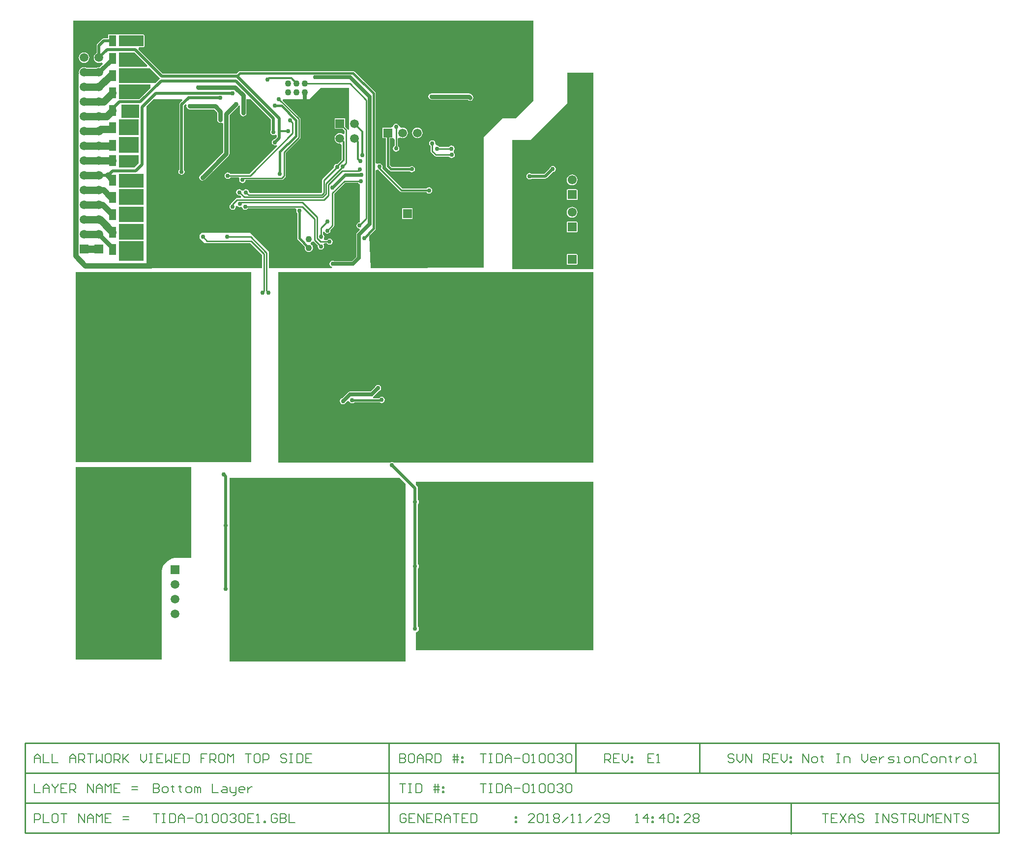
<source format=gbl>
G04 Layer_Physical_Order=2*
G04 Layer_Color=16711680*
%FSAX25Y25*%
%MOIN*%
G70*
G01*
G75*
%ADD30R,0.05118X0.07283*%
%ADD49C,0.02000*%
%ADD50C,0.01000*%
%ADD51C,0.01500*%
%ADD52C,0.03000*%
%ADD53C,0.04000*%
%ADD54C,0.01200*%
%ADD55C,0.01100*%
%ADD56C,0.02300*%
%ADD57C,0.02500*%
%ADD58C,0.03500*%
%ADD60C,0.05000*%
%ADD63C,0.00800*%
%ADD68C,0.05905*%
%ADD69R,0.05905X0.05905*%
%ADD70C,0.11000*%
%ADD71C,0.04331*%
G04:AMPARAMS|DCode=72|XSize=61.02mil|YSize=61.02mil|CornerRadius=1.83mil|HoleSize=0mil|Usage=FLASHONLY|Rotation=90.000|XOffset=0mil|YOffset=0mil|HoleType=Round|Shape=RoundedRectangle|*
%AMROUNDEDRECTD72*
21,1,0.06102,0.05736,0,0,90.0*
21,1,0.05736,0.06102,0,0,90.0*
1,1,0.00366,0.02868,0.02868*
1,1,0.00366,0.02868,-0.02868*
1,1,0.00366,-0.02868,-0.02868*
1,1,0.00366,-0.02868,0.02868*
%
%ADD72ROUNDEDRECTD72*%
%ADD73C,0.06102*%
%ADD74R,0.05905X0.05905*%
%ADD75C,0.03000*%
%ADD76C,0.01968*%
%ADD77R,0.16700X0.07400*%
G36*
X0120200Y0466434D02*
X0103700D01*
Y0477038D01*
X0120200D01*
Y0466434D01*
D02*
G37*
G36*
Y0454625D02*
X0103700D01*
Y0465200D01*
X0120200D01*
Y0454625D01*
D02*
G37*
G36*
Y0442817D02*
X0103700D01*
Y0453400D01*
X0120200D01*
Y0442817D01*
D02*
G37*
G36*
X0259700Y0545900D02*
Y0535200D01*
Y0517507D01*
X0258700Y0517408D01*
X0258636Y0517729D01*
X0258393Y0518093D01*
X0258393Y0518093D01*
X0256953Y0519533D01*
Y0525053D01*
X0249847D01*
Y0517947D01*
X0255367D01*
X0256479Y0516835D01*
Y0514876D01*
X0255479Y0514383D01*
X0255192Y0514603D01*
X0254327Y0514961D01*
X0253400Y0515083D01*
X0252473Y0514961D01*
X0251608Y0514603D01*
X0250866Y0514034D01*
X0250297Y0513292D01*
X0249939Y0512428D01*
X0249817Y0511500D01*
X0249939Y0510572D01*
X0250297Y0509708D01*
X0250866Y0508966D01*
X0251608Y0508397D01*
X0252473Y0508039D01*
X0253400Y0507917D01*
X0253677Y0507953D01*
X0254677Y0507173D01*
Y0497225D01*
X0251660Y0494209D01*
X0251500Y0494241D01*
X0250681Y0494078D01*
X0249986Y0493614D01*
X0249522Y0492919D01*
X0249359Y0492100D01*
X0249451Y0491637D01*
X0241707Y0483893D01*
X0241464Y0483529D01*
X0241378Y0483100D01*
X0241378Y0483100D01*
Y0475027D01*
X0240673Y0474322D01*
X0192846D01*
X0191941Y0474900D01*
X0191778Y0475719D01*
X0191314Y0476414D01*
X0190619Y0476878D01*
X0189800Y0477041D01*
X0188981Y0476878D01*
X0188286Y0476414D01*
X0188056Y0476069D01*
X0188041Y0476063D01*
X0186959D01*
X0186944Y0476069D01*
X0186714Y0476414D01*
X0186019Y0476878D01*
X0185200Y0477041D01*
X0184381Y0476878D01*
X0183686Y0476414D01*
X0183222Y0475719D01*
X0183059Y0474900D01*
X0183222Y0474081D01*
X0183686Y0473386D01*
X0184381Y0472922D01*
X0185200Y0472759D01*
X0185663Y0472851D01*
X0186568Y0471945D01*
X0186186Y0471022D01*
X0183700D01*
X0183700Y0471022D01*
X0183271Y0470936D01*
X0182907Y0470693D01*
X0179907Y0467693D01*
X0179664Y0467329D01*
X0179596Y0466988D01*
X0179186Y0466714D01*
X0178722Y0466019D01*
X0178559Y0465200D01*
X0178722Y0464381D01*
X0179186Y0463686D01*
X0179881Y0463222D01*
X0180700Y0463059D01*
X0181519Y0463222D01*
X0182214Y0463686D01*
X0182678Y0464381D01*
X0182841Y0465200D01*
X0182785Y0465484D01*
X0183727Y0465874D01*
X0183986Y0465486D01*
X0184681Y0465022D01*
X0185500Y0464859D01*
X0186319Y0465022D01*
X0187215Y0464417D01*
X0187222Y0464381D01*
X0187686Y0463686D01*
X0188381Y0463222D01*
X0189200Y0463059D01*
X0190019Y0463222D01*
X0190714Y0463686D01*
X0190976Y0464078D01*
X0223460D01*
X0224018Y0463126D01*
X0224014Y0463078D01*
X0223859Y0462300D01*
X0224022Y0461481D01*
X0224486Y0460786D01*
X0224623Y0460694D01*
Y0443647D01*
X0224728Y0443120D01*
X0225027Y0442674D01*
X0229713Y0437987D01*
X0229706Y0437969D01*
X0229611Y0437247D01*
X0229706Y0436525D01*
X0229984Y0435853D01*
X0230428Y0435275D01*
X0231005Y0434832D01*
X0231678Y0434553D01*
X0232400Y0434458D01*
X0233122Y0434553D01*
X0233795Y0434832D01*
X0234372Y0435275D01*
X0234816Y0435853D01*
X0235094Y0436525D01*
X0235189Y0437247D01*
X0235094Y0437969D01*
X0234816Y0438642D01*
X0234372Y0439220D01*
X0233795Y0439663D01*
Y0440737D01*
X0234372Y0441181D01*
X0234524Y0441378D01*
X0234845Y0441486D01*
X0235585Y0441505D01*
X0235768Y0441445D01*
X0238551Y0438663D01*
X0238459Y0438200D01*
X0238622Y0437381D01*
X0239086Y0436686D01*
X0239781Y0436222D01*
X0240600Y0436059D01*
X0241419Y0436222D01*
X0242114Y0436686D01*
X0242578Y0437381D01*
X0242741Y0438200D01*
X0242578Y0439019D01*
X0242405Y0439278D01*
X0242932Y0440278D01*
X0244624D01*
X0244886Y0439886D01*
X0245581Y0439422D01*
X0246400Y0439259D01*
X0247219Y0439422D01*
X0247914Y0439886D01*
X0248378Y0440581D01*
X0248541Y0441400D01*
X0248378Y0442219D01*
X0247914Y0442914D01*
X0247219Y0443378D01*
X0246400Y0443541D01*
X0245581Y0443378D01*
X0244886Y0442914D01*
X0244624Y0442522D01*
X0242983D01*
X0242538Y0443522D01*
X0242778Y0443881D01*
X0242941Y0444700D01*
X0242778Y0445519D01*
X0242314Y0446214D01*
X0241921Y0446476D01*
Y0447984D01*
X0242921Y0448082D01*
X0242922Y0448081D01*
X0243386Y0447386D01*
X0244081Y0446922D01*
X0244900Y0446759D01*
X0245719Y0446922D01*
X0246414Y0447386D01*
X0246878Y0448081D01*
X0247041Y0448900D01*
X0246949Y0449363D01*
X0249193Y0451607D01*
X0249193Y0451607D01*
X0249436Y0451971D01*
X0249522Y0452400D01*
X0249521Y0452400D01*
Y0473835D01*
X0256965Y0481278D01*
X0265824D01*
X0266086Y0480886D01*
X0266781Y0480422D01*
X0267100Y0480358D01*
Y0454787D01*
X0266800Y0454541D01*
X0265981Y0454378D01*
X0265286Y0453914D01*
X0264822Y0453219D01*
X0264659Y0452400D01*
X0264822Y0451581D01*
X0265286Y0450886D01*
X0265981Y0450422D01*
X0266509Y0450317D01*
X0266841Y0449406D01*
X0266846Y0449308D01*
X0265119Y0447581D01*
X0264710Y0446969D01*
X0264567Y0446247D01*
Y0431202D01*
X0261551Y0428186D01*
X0249632D01*
X0249419Y0428328D01*
X0248600Y0428491D01*
X0247781Y0428328D01*
X0247086Y0427864D01*
X0246622Y0427169D01*
X0246459Y0426350D01*
X0246622Y0425531D01*
X0247086Y0424836D01*
X0247781Y0424372D01*
X0248142Y0424300D01*
X0248043Y0423300D01*
X0205414D01*
Y0434510D01*
X0192624Y0447300D01*
X0159800D01*
X0158300Y0445800D01*
Y0443600D01*
X0161400Y0440500D01*
X0192600D01*
X0200600Y0432500D01*
Y0423300D01*
X0122200D01*
Y0533393D01*
X0127007Y0538200D01*
X0146386D01*
X0146769Y0537276D01*
X0144947Y0535454D01*
X0144593Y0534924D01*
X0144469Y0534300D01*
Y0490238D01*
X0144122Y0489719D01*
X0143959Y0488900D01*
X0144122Y0488081D01*
X0144586Y0487386D01*
X0145281Y0486922D01*
X0146100Y0486759D01*
X0146919Y0486922D01*
X0147614Y0487386D01*
X0148078Y0488081D01*
X0148241Y0488900D01*
X0148078Y0489719D01*
X0147731Y0490238D01*
Y0533624D01*
X0148807Y0534700D01*
X0149622Y0534119D01*
X0149459Y0533300D01*
X0149622Y0532481D01*
X0150086Y0531786D01*
X0150781Y0531322D01*
X0151600Y0531159D01*
X0168013D01*
X0170159Y0529013D01*
Y0524100D01*
X0170322Y0523281D01*
X0170786Y0522586D01*
X0171481Y0522122D01*
X0172300Y0521959D01*
X0173119Y0522122D01*
X0173259Y0522215D01*
X0174259Y0521680D01*
Y0501987D01*
X0158686Y0486414D01*
X0158222Y0485719D01*
X0158059Y0484900D01*
X0158222Y0484081D01*
X0158686Y0483386D01*
X0159381Y0482922D01*
X0160200Y0482759D01*
X0161019Y0482922D01*
X0161714Y0483386D01*
X0177914Y0499586D01*
X0178378Y0500281D01*
X0178541Y0501100D01*
Y0527313D01*
X0184414Y0533186D01*
X0184759Y0533702D01*
X0185618Y0533591D01*
X0185759Y0533536D01*
Y0528600D01*
X0185922Y0527781D01*
X0186386Y0527086D01*
X0187081Y0526622D01*
X0187900Y0526459D01*
X0188719Y0526622D01*
X0189414Y0527086D01*
X0189878Y0527781D01*
X0190041Y0528600D01*
Y0538200D01*
X0192893D01*
X0206769Y0524324D01*
Y0517138D01*
X0206422Y0516619D01*
X0206259Y0515800D01*
X0206422Y0514981D01*
X0206886Y0514286D01*
X0207581Y0513822D01*
X0208400Y0513659D01*
X0209219Y0513822D01*
X0209569Y0514055D01*
X0210569Y0513603D01*
Y0512376D01*
X0209193Y0511000D01*
X0208581Y0510878D01*
X0207886Y0510414D01*
X0207422Y0509719D01*
X0207259Y0508900D01*
X0207422Y0508081D01*
X0207886Y0507386D01*
X0208581Y0506922D01*
X0209400Y0506759D01*
X0210219Y0506922D01*
X0210226Y0506926D01*
X0210863Y0506149D01*
X0192035Y0487322D01*
X0179176D01*
X0178914Y0487714D01*
X0178219Y0488178D01*
X0177400Y0488341D01*
X0176581Y0488178D01*
X0175886Y0487714D01*
X0175422Y0487019D01*
X0175259Y0486200D01*
X0175422Y0485381D01*
X0175886Y0484686D01*
X0176581Y0484222D01*
X0177400Y0484059D01*
X0178219Y0484222D01*
X0178914Y0484686D01*
X0179176Y0485078D01*
X0184860D01*
X0185418Y0484126D01*
X0185414Y0484078D01*
X0185259Y0483300D01*
X0185422Y0482481D01*
X0185886Y0481786D01*
X0186581Y0481322D01*
X0187400Y0481159D01*
X0188219Y0481322D01*
X0188914Y0481786D01*
X0189378Y0482481D01*
X0189541Y0483300D01*
X0189565Y0483328D01*
X0214050D01*
X0214050Y0483328D01*
X0214479Y0483414D01*
X0214843Y0483657D01*
X0216393Y0485207D01*
X0216393Y0485207D01*
X0216636Y0485571D01*
X0216722Y0486000D01*
X0216722Y0486000D01*
Y0501768D01*
X0226393Y0511440D01*
X0226393Y0511440D01*
X0226636Y0511804D01*
X0226722Y0512233D01*
X0226722Y0512233D01*
Y0524600D01*
X0226636Y0525029D01*
X0226393Y0525393D01*
X0226393Y0525393D01*
X0214586Y0537200D01*
X0215000Y0538200D01*
X0232500D01*
X0240200Y0545900D01*
X0259700Y0545900D01*
D02*
G37*
G36*
X0120200Y0478242D02*
X0103700D01*
Y0487276D01*
X0115100D01*
X0115100Y0487276D01*
X0115220Y0487300D01*
X0120200D01*
Y0478242D01*
D02*
G37*
G36*
X0384484Y0591500D02*
X0384484Y0536784D01*
X0372719Y0525019D01*
X0363584Y0525019D01*
X0351100Y0512535D01*
Y0423606D01*
X0274200Y0423329D01*
X0273249Y0445302D01*
X0277273Y0449327D01*
X0277273Y0449327D01*
X0277572Y0449773D01*
X0277677Y0450300D01*
X0277677Y0450300D01*
Y0489794D01*
X0277692Y0489809D01*
X0279176Y0490458D01*
X0279381Y0490322D01*
X0279491Y0490300D01*
X0279535Y0490235D01*
X0294435Y0475335D01*
X0294832Y0475070D01*
X0295300Y0474976D01*
X0312192D01*
X0312386Y0474686D01*
X0313081Y0474222D01*
X0313900Y0474059D01*
X0314719Y0474222D01*
X0315414Y0474686D01*
X0315878Y0475381D01*
X0316041Y0476200D01*
X0315878Y0477019D01*
X0315414Y0477714D01*
X0314719Y0478178D01*
X0313900Y0478341D01*
X0313081Y0478178D01*
X0312386Y0477714D01*
X0312192Y0477423D01*
X0295807D01*
X0282007Y0491224D01*
X0282178Y0491481D01*
X0282341Y0492300D01*
X0282178Y0493119D01*
X0281714Y0493814D01*
X0281019Y0494278D01*
X0280200Y0494441D01*
X0279381Y0494278D01*
X0279176Y0494142D01*
X0277692Y0494791D01*
X0277677Y0494806D01*
Y0542000D01*
X0277677Y0542000D01*
X0277572Y0542527D01*
X0277273Y0542973D01*
X0263423Y0556823D01*
X0262977Y0557122D01*
X0262450Y0557227D01*
X0185606D01*
X0185079Y0557122D01*
X0184633Y0556823D01*
X0183213Y0555403D01*
X0133204D01*
X0116756Y0571851D01*
X0117378Y0573351D01*
X0120200D01*
X0120659Y0573541D01*
X0120849Y0574000D01*
Y0581400D01*
X0120659Y0581859D01*
X0120200Y0582049D01*
X0103500D01*
X0102541Y0581942D01*
X0102541Y0581942D01*
X0096223D01*
Y0579331D01*
X0093270D01*
X0092646Y0579207D01*
X0092116Y0578853D01*
X0088946Y0575683D01*
X0088593Y0575154D01*
X0088469Y0574530D01*
Y0569470D01*
X0088308Y0569403D01*
X0087566Y0568834D01*
X0086997Y0568092D01*
X0086639Y0567228D01*
X0086517Y0566300D01*
X0086639Y0565373D01*
X0086997Y0564508D01*
X0087566Y0563766D01*
X0088308Y0563197D01*
X0089173Y0562839D01*
X0090100Y0562717D01*
X0091027Y0562839D01*
X0091892Y0563197D01*
X0092769Y0561997D01*
X0090591Y0559819D01*
X0090100Y0559883D01*
X0089173Y0559761D01*
X0088365Y0559427D01*
X0081735D01*
X0080927Y0559761D01*
X0080000Y0559883D01*
X0079073Y0559761D01*
X0078208Y0559403D01*
X0077466Y0558834D01*
X0076897Y0558092D01*
X0076539Y0557228D01*
X0076417Y0556300D01*
X0076493Y0555724D01*
X0075902Y0554752D01*
X0075382Y0554245D01*
X0072600Y0554300D01*
X0072600Y0591500D01*
X0384484Y0591500D01*
D02*
G37*
G36*
X0120200Y0428300D02*
X0103700D01*
Y0441613D01*
X0120200D01*
Y0428300D01*
D02*
G37*
G36*
X0425300Y0164000D02*
X0305100D01*
Y0176071D01*
X0305552Y0176258D01*
X0306112Y0176688D01*
X0306542Y0177248D01*
X0306812Y0177900D01*
X0306904Y0178600D01*
X0306812Y0179300D01*
X0306542Y0179952D01*
X0306424Y0180106D01*
Y0219494D01*
X0306542Y0219648D01*
X0306812Y0220300D01*
X0306904Y0221000D01*
X0306812Y0221700D01*
X0306542Y0222352D01*
X0306424Y0222506D01*
Y0263194D01*
X0306542Y0263348D01*
X0306812Y0264000D01*
X0306904Y0264700D01*
X0306812Y0265400D01*
X0306542Y0266052D01*
X0306424Y0266206D01*
Y0274200D01*
X0306424Y0274200D01*
X0306255Y0275051D01*
X0305772Y0275773D01*
X0305100Y0276445D01*
Y0278300D01*
X0425300D01*
Y0164000D01*
D02*
G37*
G36*
X0152500Y0226700D02*
X0142600D01*
X0141620Y0226652D01*
X0139697Y0226269D01*
X0137886Y0225519D01*
X0136256Y0224430D01*
X0134870Y0223044D01*
X0133781Y0221414D01*
X0133031Y0219603D01*
X0132648Y0217680D01*
X0132600Y0216700D01*
Y0157900D01*
X0074400D01*
Y0288300D01*
X0152500D01*
Y0226700D01*
D02*
G37*
G36*
X0298126Y0277129D02*
Y0156300D01*
X0178526D01*
Y0204792D01*
X0178612Y0205000D01*
X0178704Y0205700D01*
X0178612Y0206400D01*
X0178526Y0206608D01*
Y0247892D01*
X0178612Y0248100D01*
X0178704Y0248800D01*
X0178612Y0249500D01*
X0178526Y0249708D01*
Y0281200D01*
X0294055D01*
X0298126Y0277129D01*
D02*
G37*
G36*
X0425400Y0556100D02*
X0425400Y0422800D01*
X0370300Y0422800D01*
Y0510500D01*
X0382600Y0510500D01*
X0396500Y0524400D01*
X0407600Y0535500D01*
X0407600Y0556100D01*
X0425400Y0556100D01*
D02*
G37*
G36*
X0193400Y0291600D02*
X0074400D01*
Y0420700D01*
X0193400D01*
Y0291600D01*
D02*
G37*
G36*
X0425300Y0420700D02*
X0425300Y0291500D01*
X0289786Y0291500D01*
X0289519Y0291678D01*
X0288700Y0291841D01*
X0287881Y0291678D01*
X0287614Y0291500D01*
X0211500Y0291500D01*
X0211500Y0420700D01*
X0425300Y0420700D01*
D02*
G37*
G36*
X0117100Y0501859D02*
X0103700D01*
Y0512463D01*
X0117100D01*
Y0501859D01*
D02*
G37*
G36*
X0125100Y0548100D02*
Y0545707D01*
X0117424Y0538031D01*
X0104000D01*
X0103500Y0538442D01*
X0103500Y0548100D01*
X0125100Y0548100D01*
D02*
G37*
G36*
X0104839Y0524363D02*
X0105300Y0524271D01*
X0117100D01*
Y0513667D01*
X0103700D01*
Y0524400D01*
X0104783D01*
X0104839Y0524363D01*
D02*
G37*
G36*
X0117200Y0525475D02*
X0105300D01*
Y0534275D01*
X0117200D01*
Y0525475D01*
D02*
G37*
G36*
X0117100Y0494645D02*
X0114179Y0491724D01*
X0103700D01*
Y0500150D01*
X0117100D01*
Y0494645D01*
D02*
G37*
G36*
X0122869Y0561124D02*
X0122486Y0560200D01*
X0103500Y0560200D01*
X0103500Y0569700D01*
X0114293D01*
X0122869Y0561124D01*
D02*
G37*
G36*
X0131132Y0552861D02*
X0131138Y0551924D01*
X0131046Y0551653D01*
X0128485Y0549092D01*
X0103500Y0549092D01*
X0103500Y0559200D01*
X0124793Y0559200D01*
X0131132Y0552861D01*
D02*
G37*
%LPC*%
G36*
X0080000Y0569883D02*
X0079073Y0569761D01*
X0078208Y0569403D01*
X0077466Y0568834D01*
X0076897Y0568092D01*
X0076539Y0567228D01*
X0076417Y0566300D01*
X0076539Y0565373D01*
X0076897Y0564508D01*
X0077466Y0563766D01*
X0078208Y0563197D01*
X0079073Y0562839D01*
X0080000Y0562717D01*
X0080927Y0562839D01*
X0081792Y0563197D01*
X0082534Y0563766D01*
X0083103Y0564508D01*
X0083461Y0565373D01*
X0083583Y0566300D01*
X0083461Y0567228D01*
X0083103Y0568092D01*
X0082534Y0568834D01*
X0081792Y0569403D01*
X0080927Y0569761D01*
X0080000Y0569883D01*
D02*
G37*
G36*
X0341000Y0542041D02*
X0315600D01*
X0314781Y0541878D01*
X0314086Y0541414D01*
X0313622Y0540719D01*
X0313459Y0539900D01*
X0313622Y0539081D01*
X0314086Y0538386D01*
X0314781Y0537922D01*
X0315600Y0537759D01*
X0340113D01*
X0340186Y0537686D01*
X0340881Y0537222D01*
X0341700Y0537059D01*
X0342519Y0537222D01*
X0343214Y0537686D01*
X0343678Y0538381D01*
X0343841Y0539200D01*
X0343678Y0540019D01*
X0343214Y0540714D01*
X0342514Y0541414D01*
X0341819Y0541878D01*
X0341000Y0542041D01*
D02*
G37*
G36*
X0316000Y0510241D02*
X0315181Y0510078D01*
X0314486Y0509614D01*
X0314022Y0508919D01*
X0313859Y0508100D01*
X0314022Y0507281D01*
X0314486Y0506586D01*
X0314879Y0506324D01*
Y0502800D01*
X0314878Y0502800D01*
X0314964Y0502371D01*
X0315207Y0502007D01*
X0317707Y0499507D01*
X0317707Y0499507D01*
X0318071Y0499264D01*
X0318500Y0499178D01*
X0327424D01*
X0327686Y0498786D01*
X0328381Y0498322D01*
X0329200Y0498159D01*
X0330019Y0498322D01*
X0330714Y0498786D01*
X0331178Y0499481D01*
X0331341Y0500300D01*
X0331178Y0501119D01*
X0330714Y0501814D01*
X0330614Y0502986D01*
X0331078Y0503681D01*
X0331241Y0504500D01*
X0331078Y0505319D01*
X0330614Y0506014D01*
X0329919Y0506478D01*
X0329100Y0506641D01*
X0328281Y0506478D01*
X0327586Y0506014D01*
X0327358Y0505673D01*
X0320942D01*
X0320714Y0506014D01*
X0320019Y0506478D01*
X0319262Y0506629D01*
X0319173Y0506674D01*
X0318112Y0507954D01*
X0318141Y0508100D01*
X0317978Y0508919D01*
X0317514Y0509614D01*
X0316819Y0510078D01*
X0316000Y0510241D01*
D02*
G37*
G36*
X0306000Y0518783D02*
X0305073Y0518661D01*
X0304208Y0518303D01*
X0303466Y0517734D01*
X0302897Y0516992D01*
X0302539Y0516127D01*
X0302417Y0515200D01*
X0302539Y0514272D01*
X0302897Y0513408D01*
X0303466Y0512666D01*
X0304208Y0512097D01*
X0305073Y0511739D01*
X0306000Y0511617D01*
X0306927Y0511739D01*
X0307792Y0512097D01*
X0308534Y0512666D01*
X0309103Y0513408D01*
X0309461Y0514272D01*
X0309583Y0515200D01*
X0309461Y0516127D01*
X0309103Y0516992D01*
X0308534Y0517734D01*
X0307792Y0518303D01*
X0306927Y0518661D01*
X0306000Y0518783D01*
D02*
G37*
G36*
X0302753Y0463953D02*
X0295647D01*
Y0456847D01*
X0302753D01*
Y0463953D01*
D02*
G37*
G36*
X0291600Y0521441D02*
X0290781Y0521278D01*
X0290086Y0520814D01*
X0289677Y0520201D01*
X0289622Y0520119D01*
X0289622Y0520119D01*
X0289459Y0519300D01*
X0288038Y0518753D01*
X0282447D01*
Y0511647D01*
X0284624D01*
Y0492600D01*
X0284728Y0492073D01*
X0285027Y0491627D01*
X0287027Y0489627D01*
X0287473Y0489328D01*
X0288000Y0489223D01*
X0288000Y0489223D01*
X0300594D01*
X0300686Y0489086D01*
X0301381Y0488622D01*
X0302200Y0488459D01*
X0303019Y0488622D01*
X0303714Y0489086D01*
X0304178Y0489781D01*
X0304341Y0490600D01*
X0304178Y0491419D01*
X0303714Y0492114D01*
X0303019Y0492578D01*
X0302200Y0492741D01*
X0301381Y0492578D01*
X0300686Y0492114D01*
X0300594Y0491976D01*
X0288570D01*
X0287376Y0493170D01*
Y0511647D01*
X0289553Y0511647D01*
X0290478Y0510531D01*
Y0506376D01*
X0290086Y0506114D01*
X0289622Y0505419D01*
X0289459Y0504600D01*
X0289622Y0503781D01*
X0290086Y0503086D01*
X0290781Y0502622D01*
X0291600Y0502459D01*
X0292419Y0502622D01*
X0293114Y0503086D01*
X0293578Y0503781D01*
X0293741Y0504600D01*
X0293578Y0505419D01*
X0293114Y0506114D01*
X0292722Y0506376D01*
Y0511347D01*
X0294208Y0512097D01*
X0295073Y0511739D01*
X0296000Y0511617D01*
X0296927Y0511739D01*
X0297792Y0512097D01*
X0298534Y0512666D01*
X0299103Y0513408D01*
X0299461Y0514272D01*
X0299583Y0515200D01*
X0299461Y0516127D01*
X0299103Y0516992D01*
X0298534Y0517734D01*
X0297792Y0518303D01*
X0296927Y0518661D01*
X0296000Y0518783D01*
X0295073Y0518661D01*
X0294875Y0518756D01*
X0293661Y0519700D01*
X0293578Y0520119D01*
X0293114Y0520814D01*
X0292419Y0521278D01*
X0291600Y0521441D01*
D02*
G37*
G36*
X0413768Y0433067D02*
X0408032D01*
X0407726Y0433006D01*
X0407467Y0432833D01*
X0407294Y0432574D01*
X0407233Y0432268D01*
Y0426532D01*
X0407294Y0426226D01*
X0407467Y0425967D01*
X0407726Y0425794D01*
X0408032Y0425734D01*
X0413768D01*
X0414074Y0425794D01*
X0414333Y0425967D01*
X0414506Y0426226D01*
X0414567Y0426532D01*
Y0432268D01*
X0414506Y0432574D01*
X0414333Y0432833D01*
X0414074Y0433006D01*
X0413768Y0433067D01*
D02*
G37*
G36*
Y0476966D02*
X0408032D01*
X0407726Y0476906D01*
X0407467Y0476733D01*
X0407294Y0476474D01*
X0407233Y0476168D01*
Y0470432D01*
X0407294Y0470126D01*
X0407467Y0469867D01*
X0407726Y0469694D01*
X0408032Y0469633D01*
X0413768D01*
X0414074Y0469694D01*
X0414333Y0469867D01*
X0414506Y0470126D01*
X0414567Y0470432D01*
Y0476168D01*
X0414506Y0476474D01*
X0414333Y0476733D01*
X0414074Y0476906D01*
X0413768Y0476966D01*
D02*
G37*
G36*
X0397700Y0492841D02*
X0396881Y0492678D01*
X0396186Y0492214D01*
X0395722Y0491519D01*
X0395600Y0490907D01*
X0392124Y0487431D01*
X0383338D01*
X0382819Y0487778D01*
X0382000Y0487941D01*
X0381181Y0487778D01*
X0380486Y0487314D01*
X0380022Y0486619D01*
X0379859Y0485800D01*
X0380022Y0484981D01*
X0380486Y0484286D01*
X0381181Y0483822D01*
X0382000Y0483659D01*
X0382819Y0483822D01*
X0383338Y0484169D01*
X0392800D01*
X0393424Y0484293D01*
X0393953Y0484647D01*
X0397907Y0488600D01*
X0398519Y0488722D01*
X0399214Y0489186D01*
X0399678Y0489881D01*
X0399841Y0490700D01*
X0399678Y0491519D01*
X0399214Y0492214D01*
X0398519Y0492678D01*
X0397700Y0492841D01*
D02*
G37*
G36*
X0410900Y0486983D02*
X0409947Y0486857D01*
X0409059Y0486489D01*
X0408296Y0485904D01*
X0407711Y0485141D01*
X0407343Y0484253D01*
X0407217Y0483300D01*
X0407343Y0482347D01*
X0407711Y0481459D01*
X0408296Y0480696D01*
X0409059Y0480111D01*
X0409947Y0479743D01*
X0410900Y0479617D01*
X0411853Y0479743D01*
X0412741Y0480111D01*
X0413504Y0480696D01*
X0414089Y0481459D01*
X0414457Y0482347D01*
X0414583Y0483300D01*
X0414457Y0484253D01*
X0414089Y0485141D01*
X0413504Y0485904D01*
X0412741Y0486489D01*
X0411853Y0486857D01*
X0410900Y0486983D01*
D02*
G37*
G36*
Y0465033D02*
X0409947Y0464907D01*
X0409059Y0464539D01*
X0408296Y0463954D01*
X0407711Y0463191D01*
X0407343Y0462303D01*
X0407217Y0461350D01*
X0407343Y0460397D01*
X0407711Y0459509D01*
X0408296Y0458746D01*
X0409059Y0458161D01*
X0409947Y0457793D01*
X0410900Y0457667D01*
X0411853Y0457793D01*
X0412741Y0458161D01*
X0413504Y0458746D01*
X0414089Y0459509D01*
X0414457Y0460397D01*
X0414583Y0461350D01*
X0414457Y0462303D01*
X0414089Y0463191D01*
X0413504Y0463954D01*
X0412741Y0464539D01*
X0411853Y0464907D01*
X0410900Y0465033D01*
D02*
G37*
G36*
X0413768Y0455017D02*
X0408032D01*
X0407726Y0454956D01*
X0407467Y0454783D01*
X0407294Y0454524D01*
X0407233Y0454218D01*
Y0448482D01*
X0407294Y0448176D01*
X0407467Y0447917D01*
X0407726Y0447744D01*
X0408032Y0447683D01*
X0413768D01*
X0414074Y0447744D01*
X0414333Y0447917D01*
X0414506Y0448176D01*
X0414567Y0448482D01*
Y0454218D01*
X0414506Y0454524D01*
X0414333Y0454783D01*
X0414074Y0454956D01*
X0413768Y0455017D01*
D02*
G37*
G36*
X0279300Y0344141D02*
X0278481Y0343978D01*
X0277786Y0343514D01*
X0277322Y0342819D01*
X0277290Y0342657D01*
X0274319Y0339686D01*
X0260200D01*
X0259478Y0339543D01*
X0258866Y0339134D01*
X0254943Y0335210D01*
X0254781Y0335178D01*
X0254086Y0334714D01*
X0253622Y0334019D01*
X0253459Y0333200D01*
X0253622Y0332381D01*
X0254086Y0331686D01*
X0254781Y0331222D01*
X0255600Y0331059D01*
X0256419Y0331222D01*
X0257114Y0331686D01*
X0257578Y0332381D01*
X0257610Y0332543D01*
X0258594Y0333526D01*
X0259679Y0333197D01*
X0259722Y0332981D01*
X0260186Y0332286D01*
X0260881Y0331822D01*
X0261700Y0331659D01*
X0262519Y0331822D01*
X0263214Y0332286D01*
X0263306Y0332423D01*
X0280279D01*
X0280881Y0332022D01*
X0281700Y0331859D01*
X0282519Y0332022D01*
X0283214Y0332486D01*
X0283678Y0333181D01*
X0283841Y0334000D01*
X0283678Y0334819D01*
X0283214Y0335514D01*
X0282519Y0335978D01*
X0281700Y0336141D01*
X0280881Y0335978D01*
X0280186Y0335514D01*
X0279960Y0335176D01*
X0276166D01*
X0276111Y0335319D01*
X0276000Y0336176D01*
X0276434Y0336466D01*
X0279957Y0339990D01*
X0280119Y0340022D01*
X0280814Y0340486D01*
X0281278Y0341181D01*
X0281441Y0342000D01*
X0281278Y0342819D01*
X0280814Y0343514D01*
X0280119Y0343978D01*
X0279300Y0344141D01*
D02*
G37*
%LPD*%
G54D30*
X0099382Y0577700D02*
D03*
X0110800D02*
D03*
X0099382Y0565892D02*
D03*
X0110800D02*
D03*
X0099382Y0554083D02*
D03*
X0110800D02*
D03*
X0099382Y0542275D02*
D03*
X0110800D02*
D03*
X0099382Y0530467D02*
D03*
X0110800D02*
D03*
X0099382Y0518658D02*
D03*
X0110800D02*
D03*
X0099382Y0506850D02*
D03*
X0110800D02*
D03*
X0099382Y0496342D02*
D03*
X0110800D02*
D03*
X0099382Y0483233D02*
D03*
X0110800D02*
D03*
X0099382Y0471425D02*
D03*
X0110800D02*
D03*
X0099382Y0459617D02*
D03*
X0110800D02*
D03*
X0099382Y0447808D02*
D03*
X0110800D02*
D03*
X0099382Y0436000D02*
D03*
X0110800D02*
D03*
G54D49*
X0288700Y0289700D02*
X0304200Y0274200D01*
Y0264700D02*
Y0274200D01*
X0176000Y0205700D02*
Y0248800D01*
X0304200Y0178600D02*
Y0221000D01*
Y0264700D01*
X0392800Y0485800D02*
X0397700Y0490700D01*
X0382000Y0485800D02*
X0392800D01*
X0118100Y0536400D02*
X0132200Y0550500D01*
X0128700Y0542200D02*
X0180600D01*
X0146100Y0534300D02*
X0150600Y0538800D01*
X0146100Y0488900D02*
Y0534300D01*
X0119400Y0532900D02*
X0128700Y0542200D01*
X0119400Y0493800D02*
Y0532900D01*
X0115100Y0489500D02*
X0119400Y0493800D01*
X0090100Y0486300D02*
X0096200D01*
X0099400Y0489500D01*
X0115100D01*
X0132200Y0550500D02*
X0182900D01*
X0208400Y0525000D01*
Y0515800D02*
Y0525000D01*
X0174800Y0283400D02*
X0176000Y0282200D01*
Y0248800D02*
Y0282200D01*
X0090100Y0566300D02*
X0095600Y0571800D01*
X0114500D01*
X0090100Y0566300D02*
Y0574530D01*
X0093270Y0577700D01*
X0099382D01*
X0212200Y0511700D02*
Y0525100D01*
X0209400Y0508900D02*
X0212200Y0511700D01*
X0150600Y0538800D02*
X0150800Y0539000D01*
X0172300D01*
X0099382Y0530467D02*
Y0531782D01*
X0104000Y0536400D01*
X0118100D01*
X0114500Y0571800D02*
X0132528Y0553772D01*
X0183528D01*
X0212200Y0525100D01*
G54D50*
X0248400Y0474300D02*
X0256500Y0482400D01*
X0180700Y0465200D02*
Y0466900D01*
X0214050Y0484450D02*
X0215600Y0486000D01*
X0188550Y0484450D02*
X0214050D01*
X0187400Y0483300D02*
X0188550Y0484450D01*
X0219800Y0523700D02*
X0221350Y0522150D01*
X0203700Y0408100D02*
Y0433800D01*
X0193337Y0441900D02*
X0202100Y0433137D01*
X0225600Y0512233D02*
Y0524600D01*
X0212000Y0538200D02*
X0225600Y0524600D01*
X0318500Y0500300D02*
X0329200D01*
X0163200Y0441900D02*
X0193337D01*
X0192900Y0444600D02*
X0203700Y0433800D01*
X0177000Y0444600D02*
X0192900D01*
X0160500D02*
X0163200Y0441900D01*
X0203700Y0408100D02*
X0205100Y0406700D01*
X0202100Y0408000D02*
Y0433137D01*
X0200900Y0406800D02*
X0202100Y0408000D01*
X0215600Y0486000D02*
Y0502233D01*
X0225600Y0512233D01*
X0316000Y0502800D02*
Y0508100D01*
Y0502800D02*
X0318500Y0500300D01*
X0256500Y0482400D02*
X0267600D01*
X0291600Y0505800D02*
Y0519300D01*
X0266800Y0452400D02*
X0271350Y0456950D01*
X0255100Y0489400D02*
X0266200D01*
X0267100Y0490300D01*
X0245700Y0480000D02*
X0255100Y0489400D01*
X0244100Y0473900D02*
Y0480663D01*
X0255400Y0491963D01*
Y0492400D01*
X0189800Y0474900D02*
X0191500Y0473200D01*
X0241137D01*
X0242500Y0474563D01*
Y0483100D01*
X0251500Y0492100D01*
X0255400Y0492400D02*
X0257600Y0494600D01*
X0253400Y0521500D02*
X0257600Y0517300D01*
Y0494600D02*
Y0517300D01*
X0185500Y0467000D02*
X0186600Y0468100D01*
X0180700Y0466900D02*
X0183700Y0469900D01*
X0185200Y0474900D02*
X0188500Y0471600D01*
X0241800D01*
X0244100Y0473900D01*
X0240800Y0450800D02*
X0245100Y0455100D01*
X0244900Y0448900D02*
X0248400Y0452400D01*
Y0474300D01*
X0240800Y0443800D02*
Y0444700D01*
Y0450800D01*
X0240200Y0441400D02*
X0246400D01*
X0237900Y0443700D02*
X0240200Y0441400D01*
X0236300Y0442500D02*
X0240600Y0438200D01*
X0177400Y0485800D02*
Y0486200D01*
X0260247Y0548653D02*
X0271350Y0537550D01*
Y0456950D02*
Y0537550D01*
X0229700Y0548653D02*
X0260247D01*
X0177400Y0486200D02*
X0192500D01*
X0221350Y0515050D01*
Y0522150D01*
X0236300Y0442500D02*
Y0456900D01*
X0189200Y0465200D02*
X0228000D01*
X0236300Y0456900D01*
X0227900Y0468100D02*
X0237900Y0458100D01*
X0186600Y0468100D02*
X0227900D01*
X0237900Y0443700D02*
Y0458100D01*
X0183700Y0469900D02*
X0242800D01*
X0245700Y0472800D01*
Y0480000D01*
X0559400Y0039400D02*
Y0059683D01*
X0440500Y0040050D02*
X0700200D01*
Y0101050D01*
X0286500Y0040050D02*
Y0101050D01*
X0040000Y0040050D02*
Y0101050D01*
X0040050Y0040050D02*
X0197600D01*
X0040050D02*
Y0101050D01*
Y0101050D02*
X0700200D01*
X0040000Y0040050D02*
X0440500D01*
X0040000Y0060383D02*
X0700000D01*
X0040000Y0080717D02*
X0700200D01*
X0413200D02*
Y0101050D01*
X0497200Y0080717D02*
Y0101050D01*
G54D51*
X0281500Y0333800D02*
X0281700Y0334000D01*
X0261700Y0333800D02*
X0281500D01*
X0226000Y0443647D02*
X0232400Y0437247D01*
X0179075Y0542200D02*
X0180600D01*
X0098729Y0472079D02*
X0099382Y0471425D01*
X0099228Y0565737D02*
X0099382Y0565892D01*
X0098633Y0553334D02*
X0099382Y0554083D01*
X0098324Y0518658D02*
X0099382D01*
X0090063Y0506278D02*
X0098810D01*
X0098124Y0496300D02*
X0099382Y0495042D01*
X0209400Y0533700D02*
X0213884D01*
X0223750Y0523834D01*
Y0513200D02*
Y0523834D01*
X0212800Y0502250D02*
X0223750Y0513200D01*
X0212800Y0487500D02*
Y0502250D01*
X0288000Y0490600D02*
X0302200D01*
X0286000Y0492600D02*
X0288000Y0490600D01*
X0286000Y0492600D02*
Y0515200D01*
X0269900Y0443900D02*
X0276300Y0450300D01*
X0226000Y0443647D02*
Y0462300D01*
X0276300Y0450300D02*
Y0542000D01*
X0262450Y0555850D02*
X0276300Y0542000D01*
X0185606Y0555850D02*
X0262450D01*
X0183528Y0553772D02*
X0185606Y0555850D01*
G54D52*
X0090100Y0446300D02*
X0099382Y0437018D01*
Y0436000D02*
Y0437018D01*
Y0565582D02*
Y0565892D01*
X0090100Y0556300D02*
X0099382Y0565582D01*
X0151600Y0533300D02*
X0168900D01*
X0172300Y0529900D01*
Y0524100D02*
Y0529900D01*
X0157400Y0546100D02*
X0182423D01*
X0187900Y0540623D01*
Y0528600D02*
Y0540623D01*
X0160200Y0484900D02*
X0176400Y0501100D01*
Y0528200D01*
X0182900Y0534700D01*
X0315600Y0539900D02*
X0341000D01*
X0341700Y0539200D01*
G54D53*
X0090100Y0476300D02*
X0093200D01*
X0098075Y0471425D01*
X0090100Y0466300D02*
X0092699D01*
X0099382Y0459617D01*
X0096315Y0486300D02*
X0099382Y0483233D01*
X0096200Y0486300D02*
X0096315D01*
G54D54*
X0263200Y0523600D02*
X0264350Y0522450D01*
X0263400Y0521500D02*
X0268700Y0516200D01*
Y0500200D02*
Y0516200D01*
X0265800Y0497559D02*
Y0509100D01*
X0263400Y0511500D02*
X0265800Y0509100D01*
Y0497559D02*
X0267200Y0496159D01*
X0280400Y0491100D02*
X0295300Y0476200D01*
X0313900D01*
X0212221Y0516379D02*
X0218400D01*
X0253400Y0511500D02*
X0255900Y0509000D01*
Y0496718D02*
Y0509000D01*
X0251500Y0492318D02*
X0255900Y0496718D01*
X0251500Y0492100D02*
Y0492318D01*
X0224000Y0548653D02*
Y0548836D01*
X0204400Y0551400D02*
X0205300Y0552300D01*
X0220536D01*
X0224000Y0548836D01*
G54D55*
X0319200Y0504500D02*
X0329100D01*
G54D56*
X0248400Y0478100D02*
X0256900Y0486600D01*
X0268100D01*
G54D57*
X0260200Y0337800D02*
X0275100D01*
X0255600Y0333200D02*
X0260200Y0337800D01*
X0275100D02*
X0279300Y0342000D01*
X0266453Y0446247D02*
X0273700Y0453494D01*
X0248600Y0426300D02*
Y0426350D01*
X0262333Y0426300D02*
X0266453Y0430420D01*
Y0446247D01*
X0248600Y0426300D02*
X0262333D01*
X0229700Y0536900D02*
Y0542747D01*
X0273700Y0453494D02*
Y0539700D01*
X0236500Y0553000D02*
X0260400D01*
X0273700Y0539700D01*
G54D58*
X0074300Y0431600D02*
Y0558900D01*
X0080800Y0425100D02*
X0125200D01*
X0074300Y0431600D02*
X0080800Y0425100D01*
G54D60*
X0080000Y0556300D02*
X0090100D01*
X0080000Y0536300D02*
X0090100D01*
X0080000Y0526300D02*
X0090100D01*
Y0546300D02*
X0097883Y0554083D01*
X0080000Y0546300D02*
X0090100D01*
Y0536300D02*
X0093407D01*
X0099382Y0542275D01*
X0090100Y0526300D02*
X0095216D01*
X0099382Y0530467D01*
X0090100Y0516300D02*
X0091400Y0517600D01*
X0098324D01*
X0080000Y0516300D02*
X0090100D01*
Y0506300D02*
X0098832D01*
X0080000D02*
X0090100D01*
X0080000Y0496300D02*
X0090100D01*
X0098124D01*
X0099341D01*
X0080000Y0486300D02*
X0090100D01*
X0080000Y0476300D02*
X0090100D01*
X0080000Y0466300D02*
X0090100D01*
X0080000Y0456300D02*
X0090100D01*
X0090891D01*
X0099382Y0447808D01*
X0080000Y0446300D02*
X0090100D01*
X0080000Y0436300D02*
X0090100D01*
G54D63*
X0126900Y0073549D02*
Y0067551D01*
X0129899D01*
X0130899Y0068550D01*
Y0069550D01*
X0129899Y0070550D01*
X0126900D01*
X0129899D01*
X0130899Y0071549D01*
Y0072549D01*
X0129899Y0073549D01*
X0126900D01*
X0133898Y0067551D02*
X0135897D01*
X0136897Y0068550D01*
Y0070550D01*
X0135897Y0071549D01*
X0133898D01*
X0132898Y0070550D01*
Y0068550D01*
X0133898Y0067551D01*
X0139896Y0072549D02*
Y0071549D01*
X0138896D01*
X0140895D01*
X0139896D01*
Y0068550D01*
X0140895Y0067551D01*
X0144894Y0072549D02*
Y0071549D01*
X0143895D01*
X0145894D01*
X0144894D01*
Y0068550D01*
X0145894Y0067551D01*
X0149893D02*
X0151892D01*
X0152892Y0068550D01*
Y0070550D01*
X0151892Y0071549D01*
X0149893D01*
X0148893Y0070550D01*
Y0068550D01*
X0149893Y0067551D01*
X0154891D02*
Y0071549D01*
X0155891D01*
X0156890Y0070550D01*
Y0067551D01*
Y0070550D01*
X0157890Y0071549D01*
X0158890Y0070550D01*
Y0067551D01*
X0166887Y0073549D02*
Y0067551D01*
X0170886D01*
X0173885Y0071549D02*
X0175884D01*
X0176884Y0070550D01*
Y0067551D01*
X0173885D01*
X0172885Y0068550D01*
X0173885Y0069550D01*
X0176884D01*
X0178883Y0071549D02*
Y0068550D01*
X0179883Y0067551D01*
X0182882D01*
Y0066551D01*
X0181882Y0065551D01*
X0180883D01*
X0182882Y0067551D02*
Y0071549D01*
X0187880Y0067551D02*
X0185881D01*
X0184881Y0068550D01*
Y0070550D01*
X0185881Y0071549D01*
X0187880D01*
X0188880Y0070550D01*
Y0069550D01*
X0184881D01*
X0190879Y0071549D02*
Y0067551D01*
Y0069550D01*
X0191879Y0070550D01*
X0192879Y0071549D01*
X0193878D01*
X0348550Y0073498D02*
X0352549D01*
X0350549D01*
Y0067500D01*
X0354548Y0073498D02*
X0356547D01*
X0355548D01*
Y0067500D01*
X0354548D01*
X0356547D01*
X0359546Y0073498D02*
Y0067500D01*
X0362545D01*
X0363545Y0068500D01*
Y0072498D01*
X0362545Y0073498D01*
X0359546D01*
X0365545Y0067500D02*
Y0071499D01*
X0367544Y0073498D01*
X0369543Y0071499D01*
Y0067500D01*
Y0070499D01*
X0365545D01*
X0371543D02*
X0375541D01*
X0377541Y0072498D02*
X0378540Y0073498D01*
X0380540D01*
X0381539Y0072498D01*
Y0068500D01*
X0380540Y0067500D01*
X0378540D01*
X0377541Y0068500D01*
Y0072498D01*
X0383539Y0067500D02*
X0385538D01*
X0384538D01*
Y0073498D01*
X0383539Y0072498D01*
X0388537D02*
X0389537Y0073498D01*
X0391536D01*
X0392536Y0072498D01*
Y0068500D01*
X0391536Y0067500D01*
X0389537D01*
X0388537Y0068500D01*
Y0072498D01*
X0394535D02*
X0395535Y0073498D01*
X0397534D01*
X0398534Y0072498D01*
Y0068500D01*
X0397534Y0067500D01*
X0395535D01*
X0394535Y0068500D01*
Y0072498D01*
X0400533D02*
X0401533Y0073498D01*
X0403532D01*
X0404532Y0072498D01*
Y0071499D01*
X0403532Y0070499D01*
X0402532D01*
X0403532D01*
X0404532Y0069499D01*
Y0068500D01*
X0403532Y0067500D01*
X0401533D01*
X0400533Y0068500D01*
X0406531Y0072498D02*
X0407531Y0073498D01*
X0409530D01*
X0410530Y0072498D01*
Y0068500D01*
X0409530Y0067500D01*
X0407531D01*
X0406531Y0068500D01*
Y0072498D01*
X0294000Y0073498D02*
X0297999D01*
X0295999D01*
Y0067500D01*
X0299998Y0073498D02*
X0301997D01*
X0300998D01*
Y0067500D01*
X0299998D01*
X0301997D01*
X0304996Y0073498D02*
Y0067500D01*
X0307996D01*
X0308995Y0068500D01*
Y0072498D01*
X0307996Y0073498D01*
X0304996D01*
X0317992Y0067500D02*
Y0073498D01*
X0319992D02*
Y0067500D01*
X0316993Y0071499D02*
X0319992D01*
X0320991D01*
X0316993Y0069499D02*
X0320991D01*
X0322991Y0071499D02*
X0323990D01*
Y0070499D01*
X0322991D01*
Y0071499D01*
Y0068500D02*
X0323990D01*
Y0067500D01*
X0322991D01*
Y0068500D01*
X0580500Y0052965D02*
X0584499D01*
X0582499D01*
Y0046966D01*
X0590497Y0052965D02*
X0586498D01*
Y0046966D01*
X0590497D01*
X0586498Y0049966D02*
X0588497D01*
X0592496Y0052965D02*
X0596495Y0046966D01*
Y0052965D02*
X0592496Y0046966D01*
X0598494D02*
Y0050965D01*
X0600493Y0052965D01*
X0602493Y0050965D01*
Y0046966D01*
Y0049966D01*
X0598494D01*
X0608491Y0051965D02*
X0607491Y0052965D01*
X0605492D01*
X0604492Y0051965D01*
Y0050965D01*
X0605492Y0049966D01*
X0607491D01*
X0608491Y0048966D01*
Y0047966D01*
X0607491Y0046966D01*
X0605492D01*
X0604492Y0047966D01*
X0616488Y0052965D02*
X0618488D01*
X0617488D01*
Y0046966D01*
X0616488D01*
X0618488D01*
X0621487D02*
Y0052965D01*
X0625486Y0046966D01*
Y0052965D01*
X0631484Y0051965D02*
X0630484Y0052965D01*
X0628484D01*
X0627485Y0051965D01*
Y0050965D01*
X0628484Y0049966D01*
X0630484D01*
X0631484Y0048966D01*
Y0047966D01*
X0630484Y0046966D01*
X0628484D01*
X0627485Y0047966D01*
X0633483Y0052965D02*
X0637482D01*
X0635482D01*
Y0046966D01*
X0639481D02*
Y0052965D01*
X0642480D01*
X0643480Y0051965D01*
Y0049966D01*
X0642480Y0048966D01*
X0639481D01*
X0641480D02*
X0643480Y0046966D01*
X0645479Y0052965D02*
Y0047966D01*
X0646479Y0046966D01*
X0648478D01*
X0649478Y0047966D01*
Y0052965D01*
X0651477Y0046966D02*
Y0052965D01*
X0653476Y0050965D01*
X0655476Y0052965D01*
Y0046966D01*
X0661474Y0052965D02*
X0657475D01*
Y0046966D01*
X0661474D01*
X0657475Y0049966D02*
X0659474D01*
X0663473Y0046966D02*
Y0052965D01*
X0667472Y0046966D01*
Y0052965D01*
X0669471D02*
X0673470D01*
X0671471D01*
Y0046966D01*
X0679468Y0051965D02*
X0678468Y0052965D01*
X0676469D01*
X0675469Y0051965D01*
Y0050965D01*
X0676469Y0049966D01*
X0678468D01*
X0679468Y0048966D01*
Y0047966D01*
X0678468Y0046966D01*
X0676469D01*
X0675469Y0047966D01*
X0454050Y0046966D02*
X0456049D01*
X0455050D01*
Y0052965D01*
X0454050Y0051965D01*
X0462047Y0046966D02*
Y0052965D01*
X0459048Y0049966D01*
X0463047D01*
X0465046Y0050965D02*
X0466046D01*
Y0049966D01*
X0465046D01*
Y0050965D01*
Y0047966D02*
X0466046D01*
Y0046966D01*
X0465046D01*
Y0047966D01*
X0473044Y0046966D02*
Y0052965D01*
X0470045Y0049966D01*
X0474044D01*
X0476043Y0051965D02*
X0477043Y0052965D01*
X0479042D01*
X0480042Y0051965D01*
Y0047966D01*
X0479042Y0046966D01*
X0477043D01*
X0476043Y0047966D01*
Y0051965D01*
X0482041Y0050965D02*
X0483041D01*
Y0049966D01*
X0482041D01*
Y0050965D01*
Y0047966D02*
X0483041D01*
Y0046966D01*
X0482041D01*
Y0047966D01*
X0491038Y0046966D02*
X0487039D01*
X0491038Y0050965D01*
Y0051965D01*
X0490038Y0052965D01*
X0488039D01*
X0487039Y0051965D01*
X0493037D02*
X0494037Y0052965D01*
X0496036D01*
X0497036Y0051965D01*
Y0050965D01*
X0496036Y0049966D01*
X0497036Y0048966D01*
Y0047966D01*
X0496036Y0046966D01*
X0494037D01*
X0493037Y0047966D01*
Y0048966D01*
X0494037Y0049966D01*
X0493037Y0050965D01*
Y0051965D01*
X0494037Y0049966D02*
X0496036D01*
X0046350Y0046966D02*
Y0052965D01*
X0049349D01*
X0050349Y0051965D01*
Y0049966D01*
X0049349Y0048966D01*
X0046350D01*
X0052348Y0052965D02*
Y0046966D01*
X0056347D01*
X0061345Y0052965D02*
X0059346D01*
X0058346Y0051965D01*
Y0047966D01*
X0059346Y0046966D01*
X0061345D01*
X0062345Y0047966D01*
Y0051965D01*
X0061345Y0052965D01*
X0064344D02*
X0068343D01*
X0066343D01*
Y0046966D01*
X0076340D02*
Y0052965D01*
X0080339Y0046966D01*
Y0052965D01*
X0082338Y0046966D02*
Y0050965D01*
X0084338Y0052965D01*
X0086337Y0050965D01*
Y0046966D01*
Y0049966D01*
X0082338D01*
X0088336Y0046966D02*
Y0052965D01*
X0090336Y0050965D01*
X0092335Y0052965D01*
Y0046966D01*
X0098333Y0052965D02*
X0094335D01*
Y0046966D01*
X0098333D01*
X0094335Y0049966D02*
X0096334D01*
X0106331Y0048966D02*
X0110329D01*
X0106331Y0050965D02*
X0110329D01*
X0046350Y0073549D02*
Y0067551D01*
X0050349D01*
X0052348D02*
Y0071549D01*
X0054347Y0073549D01*
X0056347Y0071549D01*
Y0067551D01*
Y0070550D01*
X0052348D01*
X0058346Y0073549D02*
Y0072549D01*
X0060346Y0070550D01*
X0062345Y0072549D01*
Y0073549D01*
X0060346Y0070550D02*
Y0067551D01*
X0068343Y0073549D02*
X0064344D01*
Y0067551D01*
X0068343D01*
X0064344Y0070550D02*
X0066343D01*
X0070342Y0067551D02*
Y0073549D01*
X0073341D01*
X0074341Y0072549D01*
Y0070550D01*
X0073341Y0069550D01*
X0070342D01*
X0072342D02*
X0074341Y0067551D01*
X0082338D02*
Y0073549D01*
X0086337Y0067551D01*
Y0073549D01*
X0088336Y0067551D02*
Y0071549D01*
X0090336Y0073549D01*
X0092335Y0071549D01*
Y0067551D01*
Y0070550D01*
X0088336D01*
X0094335Y0067551D02*
Y0073549D01*
X0096334Y0071549D01*
X0098333Y0073549D01*
Y0067551D01*
X0104331Y0073549D02*
X0100332D01*
Y0067551D01*
X0104331D01*
X0100332Y0070550D02*
X0102332D01*
X0112329Y0069550D02*
X0116327D01*
X0112329Y0071549D02*
X0116327D01*
X0294000Y0093831D02*
Y0087833D01*
X0296999D01*
X0297999Y0088833D01*
Y0089833D01*
X0296999Y0090832D01*
X0294000D01*
X0296999D01*
X0297999Y0091832D01*
Y0092832D01*
X0296999Y0093831D01*
X0294000D01*
X0302997D02*
X0300998D01*
X0299998Y0092832D01*
Y0088833D01*
X0300998Y0087833D01*
X0302997D01*
X0303997Y0088833D01*
Y0092832D01*
X0302997Y0093831D01*
X0305996Y0087833D02*
Y0091832D01*
X0307996Y0093831D01*
X0309995Y0091832D01*
Y0087833D01*
Y0090832D01*
X0305996D01*
X0311994Y0087833D02*
Y0093831D01*
X0314993D01*
X0315993Y0092832D01*
Y0090832D01*
X0314993Y0089833D01*
X0311994D01*
X0313994D02*
X0315993Y0087833D01*
X0317992Y0093831D02*
Y0087833D01*
X0320991D01*
X0321991Y0088833D01*
Y0092832D01*
X0320991Y0093831D01*
X0317992D01*
X0330988Y0087833D02*
Y0093831D01*
X0332987D02*
Y0087833D01*
X0329988Y0091832D02*
X0332987D01*
X0333987D01*
X0329988Y0089833D02*
X0333987D01*
X0335986Y0091832D02*
X0336986D01*
Y0090832D01*
X0335986D01*
Y0091832D01*
Y0088833D02*
X0336986D01*
Y0087833D01*
X0335986D01*
Y0088833D01*
X0348550Y0093831D02*
X0352549D01*
X0350549D01*
Y0087833D01*
X0354548Y0093831D02*
X0356547D01*
X0355548D01*
Y0087833D01*
X0354548D01*
X0356547D01*
X0359546Y0093831D02*
Y0087833D01*
X0362545D01*
X0363545Y0088833D01*
Y0092832D01*
X0362545Y0093831D01*
X0359546D01*
X0365545Y0087833D02*
Y0091832D01*
X0367544Y0093831D01*
X0369543Y0091832D01*
Y0087833D01*
Y0090832D01*
X0365545D01*
X0371543D02*
X0375541D01*
X0377541Y0092832D02*
X0378540Y0093831D01*
X0380540D01*
X0381539Y0092832D01*
Y0088833D01*
X0380540Y0087833D01*
X0378540D01*
X0377541Y0088833D01*
Y0092832D01*
X0383539Y0087833D02*
X0385538D01*
X0384538D01*
Y0093831D01*
X0383539Y0092832D01*
X0388537D02*
X0389537Y0093831D01*
X0391536D01*
X0392536Y0092832D01*
Y0088833D01*
X0391536Y0087833D01*
X0389537D01*
X0388537Y0088833D01*
Y0092832D01*
X0394535D02*
X0395535Y0093831D01*
X0397534D01*
X0398534Y0092832D01*
Y0088833D01*
X0397534Y0087833D01*
X0395535D01*
X0394535Y0088833D01*
Y0092832D01*
X0400533D02*
X0401533Y0093831D01*
X0403532D01*
X0404532Y0092832D01*
Y0091832D01*
X0403532Y0090832D01*
X0402532D01*
X0403532D01*
X0404532Y0089833D01*
Y0088833D01*
X0403532Y0087833D01*
X0401533D01*
X0400533Y0088833D01*
X0406531Y0092832D02*
X0407531Y0093831D01*
X0409530D01*
X0410530Y0092832D01*
Y0088833D01*
X0409530Y0087833D01*
X0407531D01*
X0406531Y0088833D01*
Y0092832D01*
X0466149Y0093831D02*
X0462150D01*
Y0087833D01*
X0466149D01*
X0462150Y0090832D02*
X0464149D01*
X0468148Y0087833D02*
X0470147D01*
X0469148D01*
Y0093831D01*
X0468148Y0092832D01*
X0046350Y0087833D02*
Y0091832D01*
X0048349Y0093831D01*
X0050349Y0091832D01*
Y0087833D01*
Y0090832D01*
X0046350D01*
X0052348Y0093831D02*
Y0087833D01*
X0056347D01*
X0058346Y0093831D02*
Y0087833D01*
X0062345D01*
X0070342D02*
Y0091832D01*
X0072342Y0093831D01*
X0074341Y0091832D01*
Y0087833D01*
Y0090832D01*
X0070342D01*
X0076340Y0087833D02*
Y0093831D01*
X0079339D01*
X0080339Y0092832D01*
Y0090832D01*
X0079339Y0089833D01*
X0076340D01*
X0078340D02*
X0080339Y0087833D01*
X0082338Y0093831D02*
X0086337D01*
X0084338D01*
Y0087833D01*
X0088336Y0093831D02*
Y0087833D01*
X0090336Y0089833D01*
X0092335Y0087833D01*
Y0093831D01*
X0097334D02*
X0095334D01*
X0094335Y0092832D01*
Y0088833D01*
X0095334Y0087833D01*
X0097334D01*
X0098333Y0088833D01*
Y0092832D01*
X0097334Y0093831D01*
X0100332Y0087833D02*
Y0093831D01*
X0103332D01*
X0104331Y0092832D01*
Y0090832D01*
X0103332Y0089833D01*
X0100332D01*
X0102332D02*
X0104331Y0087833D01*
X0106331Y0093831D02*
Y0087833D01*
Y0089833D01*
X0110329Y0093831D01*
X0107330Y0090832D01*
X0110329Y0087833D01*
X0118327Y0093831D02*
Y0089833D01*
X0120326Y0087833D01*
X0122325Y0089833D01*
Y0093831D01*
X0124325D02*
X0126324D01*
X0125324D01*
Y0087833D01*
X0124325D01*
X0126324D01*
X0133322Y0093831D02*
X0129323D01*
Y0087833D01*
X0133322D01*
X0129323Y0090832D02*
X0131323D01*
X0135321Y0093831D02*
Y0087833D01*
X0137321Y0089833D01*
X0139320Y0087833D01*
Y0093831D01*
X0145318D02*
X0141319D01*
Y0087833D01*
X0145318D01*
X0141319Y0090832D02*
X0143319D01*
X0147317Y0093831D02*
Y0087833D01*
X0150316D01*
X0151316Y0088833D01*
Y0092832D01*
X0150316Y0093831D01*
X0147317D01*
X0163312D02*
X0159313D01*
Y0090832D01*
X0161313D01*
X0159313D01*
Y0087833D01*
X0165312D02*
Y0093831D01*
X0168310D01*
X0169310Y0092832D01*
Y0090832D01*
X0168310Y0089833D01*
X0165312D01*
X0167311D02*
X0169310Y0087833D01*
X0174309Y0093831D02*
X0172309D01*
X0171310Y0092832D01*
Y0088833D01*
X0172309Y0087833D01*
X0174309D01*
X0175308Y0088833D01*
Y0092832D01*
X0174309Y0093831D01*
X0177308Y0087833D02*
Y0093831D01*
X0179307Y0091832D01*
X0181306Y0093831D01*
Y0087833D01*
X0189304Y0093831D02*
X0193303D01*
X0191303D01*
Y0087833D01*
X0198301Y0093831D02*
X0196301D01*
X0195302Y0092832D01*
Y0088833D01*
X0196301Y0087833D01*
X0198301D01*
X0199301Y0088833D01*
Y0092832D01*
X0198301Y0093831D01*
X0201300Y0087833D02*
Y0093831D01*
X0204299D01*
X0205299Y0092832D01*
Y0090832D01*
X0204299Y0089833D01*
X0201300D01*
X0217295Y0092832D02*
X0216295Y0093831D01*
X0214296D01*
X0213296Y0092832D01*
Y0091832D01*
X0214296Y0090832D01*
X0216295D01*
X0217295Y0089833D01*
Y0088833D01*
X0216295Y0087833D01*
X0214296D01*
X0213296Y0088833D01*
X0219294Y0093831D02*
X0221293D01*
X0220294D01*
Y0087833D01*
X0219294D01*
X0221293D01*
X0224292Y0093831D02*
Y0087833D01*
X0227291D01*
X0228291Y0088833D01*
Y0092832D01*
X0227291Y0093831D01*
X0224292D01*
X0234289D02*
X0230291D01*
Y0087833D01*
X0234289D01*
X0230291Y0090832D02*
X0232290D01*
X0298199Y0051965D02*
X0297199Y0052965D01*
X0295200D01*
X0294200Y0051965D01*
Y0047966D01*
X0295200Y0046966D01*
X0297199D01*
X0298199Y0047966D01*
Y0049966D01*
X0296199D01*
X0304197Y0052965D02*
X0300198D01*
Y0046966D01*
X0304197D01*
X0300198Y0049966D02*
X0302197D01*
X0306196Y0046966D02*
Y0052965D01*
X0310195Y0046966D01*
Y0052965D01*
X0316193D02*
X0312194D01*
Y0046966D01*
X0316193D01*
X0312194Y0049966D02*
X0314194D01*
X0318192Y0046966D02*
Y0052965D01*
X0321191D01*
X0322191Y0051965D01*
Y0049966D01*
X0321191Y0048966D01*
X0318192D01*
X0320192D02*
X0322191Y0046966D01*
X0324190D02*
Y0050965D01*
X0326190Y0052965D01*
X0328189Y0050965D01*
Y0046966D01*
Y0049966D01*
X0324190D01*
X0330188Y0052965D02*
X0334187D01*
X0332188D01*
Y0046966D01*
X0340185Y0052965D02*
X0336186D01*
Y0046966D01*
X0340185D01*
X0336186Y0049966D02*
X0338186D01*
X0342184Y0052965D02*
Y0046966D01*
X0345183D01*
X0346183Y0047966D01*
Y0051965D01*
X0345183Y0052965D01*
X0342184D01*
X0372175Y0050965D02*
X0373175D01*
Y0049966D01*
X0372175D01*
Y0050965D01*
Y0047966D02*
X0373175D01*
Y0046966D01*
X0372175D01*
Y0047966D01*
X0385149Y0046966D02*
X0381150D01*
X0385149Y0050965D01*
Y0051965D01*
X0384149Y0052965D01*
X0382150D01*
X0381150Y0051965D01*
X0387148D02*
X0388148Y0052965D01*
X0390147D01*
X0391147Y0051965D01*
Y0047966D01*
X0390147Y0046966D01*
X0388148D01*
X0387148Y0047966D01*
Y0051965D01*
X0393146Y0046966D02*
X0395146D01*
X0394146D01*
Y0052965D01*
X0393146Y0051965D01*
X0398145D02*
X0399144Y0052965D01*
X0401144D01*
X0402143Y0051965D01*
Y0050965D01*
X0401144Y0049966D01*
X0402143Y0048966D01*
Y0047966D01*
X0401144Y0046966D01*
X0399144D01*
X0398145Y0047966D01*
Y0048966D01*
X0399144Y0049966D01*
X0398145Y0050965D01*
Y0051965D01*
X0399144Y0049966D02*
X0401144D01*
X0404143Y0046966D02*
X0408141Y0050965D01*
X0410141Y0046966D02*
X0412140D01*
X0411140D01*
Y0052965D01*
X0410141Y0051965D01*
X0415139Y0046966D02*
X0417138D01*
X0416139D01*
Y0052965D01*
X0415139Y0051965D01*
X0420137Y0046966D02*
X0424136Y0050965D01*
X0430134Y0046966D02*
X0426135D01*
X0430134Y0050965D01*
Y0051965D01*
X0429135Y0052965D01*
X0427135D01*
X0426135Y0051965D01*
X0432133Y0047966D02*
X0433133Y0046966D01*
X0435133D01*
X0436132Y0047966D01*
Y0051965D01*
X0435133Y0052965D01*
X0433133D01*
X0432133Y0051965D01*
Y0050965D01*
X0433133Y0049966D01*
X0436132D01*
X0126900Y0052965D02*
X0130899D01*
X0128899D01*
Y0046966D01*
X0132898Y0052965D02*
X0134897D01*
X0133898D01*
Y0046966D01*
X0132898D01*
X0134897D01*
X0137896Y0052965D02*
Y0046966D01*
X0140895D01*
X0141895Y0047966D01*
Y0051965D01*
X0140895Y0052965D01*
X0137896D01*
X0143895Y0046966D02*
Y0050965D01*
X0145894Y0052965D01*
X0147893Y0050965D01*
Y0046966D01*
Y0049966D01*
X0143895D01*
X0149893D02*
X0153891D01*
X0155891Y0051965D02*
X0156890Y0052965D01*
X0158890D01*
X0159889Y0051965D01*
Y0047966D01*
X0158890Y0046966D01*
X0156890D01*
X0155891Y0047966D01*
Y0051965D01*
X0161889Y0046966D02*
X0163888D01*
X0162888D01*
Y0052965D01*
X0161889Y0051965D01*
X0166887D02*
X0167887Y0052965D01*
X0169886D01*
X0170886Y0051965D01*
Y0047966D01*
X0169886Y0046966D01*
X0167887D01*
X0166887Y0047966D01*
Y0051965D01*
X0172885D02*
X0173885Y0052965D01*
X0175884D01*
X0176884Y0051965D01*
Y0047966D01*
X0175884Y0046966D01*
X0173885D01*
X0172885Y0047966D01*
Y0051965D01*
X0178883D02*
X0179883Y0052965D01*
X0181882D01*
X0182882Y0051965D01*
Y0050965D01*
X0181882Y0049966D01*
X0180883D01*
X0181882D01*
X0182882Y0048966D01*
Y0047966D01*
X0181882Y0046966D01*
X0179883D01*
X0178883Y0047966D01*
X0184881Y0051965D02*
X0185881Y0052965D01*
X0187880D01*
X0188880Y0051965D01*
Y0047966D01*
X0187880Y0046966D01*
X0185881D01*
X0184881Y0047966D01*
Y0051965D01*
X0194878Y0052965D02*
X0190879D01*
Y0046966D01*
X0194878D01*
X0190879Y0049966D02*
X0192879D01*
X0196877Y0046966D02*
X0198877D01*
X0197877D01*
Y0052965D01*
X0196877Y0051965D01*
X0201876Y0046966D02*
Y0047966D01*
X0202875D01*
Y0046966D01*
X0201876D01*
X0210873Y0051965D02*
X0209873Y0052965D01*
X0207874D01*
X0206874Y0051965D01*
Y0047966D01*
X0207874Y0046966D01*
X0209873D01*
X0210873Y0047966D01*
Y0049966D01*
X0208874D01*
X0212872Y0052965D02*
Y0046966D01*
X0215871D01*
X0216871Y0047966D01*
Y0048966D01*
X0215871Y0049966D01*
X0212872D01*
X0215871D01*
X0216871Y0050965D01*
Y0051965D01*
X0215871Y0052965D01*
X0212872D01*
X0218870D02*
Y0046966D01*
X0222869D01*
X0433000Y0087833D02*
Y0093831D01*
X0435999D01*
X0436999Y0092832D01*
Y0090832D01*
X0435999Y0089833D01*
X0433000D01*
X0434999D02*
X0436999Y0087833D01*
X0442997Y0093831D02*
X0438998D01*
Y0087833D01*
X0442997D01*
X0438998Y0090832D02*
X0440997D01*
X0444996Y0093831D02*
Y0089833D01*
X0446995Y0087833D01*
X0448995Y0089833D01*
Y0093831D01*
X0450994Y0091832D02*
X0451994D01*
Y0090832D01*
X0450994D01*
Y0091832D01*
Y0088833D02*
X0451994D01*
Y0087833D01*
X0450994D01*
Y0088833D01*
X0520799Y0092832D02*
X0519799Y0093831D01*
X0517800D01*
X0516800Y0092832D01*
Y0091832D01*
X0517800Y0090832D01*
X0519799D01*
X0520799Y0089833D01*
Y0088833D01*
X0519799Y0087833D01*
X0517800D01*
X0516800Y0088833D01*
X0522798Y0093831D02*
Y0089833D01*
X0524797Y0087833D01*
X0526797Y0089833D01*
Y0093831D01*
X0528796Y0087833D02*
Y0093831D01*
X0532795Y0087833D01*
Y0093831D01*
X0540792Y0087833D02*
Y0093831D01*
X0543791D01*
X0544791Y0092832D01*
Y0090832D01*
X0543791Y0089833D01*
X0540792D01*
X0542792D02*
X0544791Y0087833D01*
X0550789Y0093831D02*
X0546790D01*
Y0087833D01*
X0550789D01*
X0546790Y0090832D02*
X0548790D01*
X0552788Y0093831D02*
Y0089833D01*
X0554788Y0087833D01*
X0556787Y0089833D01*
Y0093831D01*
X0558786Y0091832D02*
X0559786D01*
Y0090832D01*
X0558786D01*
Y0091832D01*
Y0088833D02*
X0559786D01*
Y0087833D01*
X0558786D01*
Y0088833D01*
X0567400Y0087833D02*
Y0093831D01*
X0571399Y0087833D01*
Y0093831D01*
X0574398Y0087833D02*
X0576397D01*
X0577397Y0088833D01*
Y0090832D01*
X0576397Y0091832D01*
X0574398D01*
X0573398Y0090832D01*
Y0088833D01*
X0574398Y0087833D01*
X0580396Y0092832D02*
Y0091832D01*
X0579396D01*
X0581395D01*
X0580396D01*
Y0088833D01*
X0581395Y0087833D01*
X0590393Y0093831D02*
X0592392D01*
X0591392D01*
Y0087833D01*
X0590393D01*
X0592392D01*
X0595391D02*
Y0091832D01*
X0598390D01*
X0599390Y0090832D01*
Y0087833D01*
X0607387Y0093831D02*
Y0089833D01*
X0609386Y0087833D01*
X0611386Y0089833D01*
Y0093831D01*
X0616384Y0087833D02*
X0614385D01*
X0613385Y0088833D01*
Y0090832D01*
X0614385Y0091832D01*
X0616384D01*
X0617384Y0090832D01*
Y0089833D01*
X0613385D01*
X0619383Y0091832D02*
Y0087833D01*
Y0089833D01*
X0620383Y0090832D01*
X0621383Y0091832D01*
X0622382D01*
X0625381Y0087833D02*
X0628380D01*
X0629380Y0088833D01*
X0628380Y0089833D01*
X0626381D01*
X0625381Y0090832D01*
X0626381Y0091832D01*
X0629380D01*
X0631379Y0087833D02*
X0633379D01*
X0632379D01*
Y0091832D01*
X0631379D01*
X0637377Y0087833D02*
X0639377D01*
X0640376Y0088833D01*
Y0090832D01*
X0639377Y0091832D01*
X0637377D01*
X0636378Y0090832D01*
Y0088833D01*
X0637377Y0087833D01*
X0642376D02*
Y0091832D01*
X0645375D01*
X0646374Y0090832D01*
Y0087833D01*
X0652373Y0092832D02*
X0651373Y0093831D01*
X0649373D01*
X0648374Y0092832D01*
Y0088833D01*
X0649373Y0087833D01*
X0651373D01*
X0652373Y0088833D01*
X0655372Y0087833D02*
X0657371D01*
X0658371Y0088833D01*
Y0090832D01*
X0657371Y0091832D01*
X0655372D01*
X0654372Y0090832D01*
Y0088833D01*
X0655372Y0087833D01*
X0660370D02*
Y0091832D01*
X0663369D01*
X0664369Y0090832D01*
Y0087833D01*
X0667368Y0092832D02*
Y0091832D01*
X0666368D01*
X0668367D01*
X0667368D01*
Y0088833D01*
X0668367Y0087833D01*
X0671366Y0091832D02*
Y0087833D01*
Y0089833D01*
X0672366Y0090832D01*
X0673366Y0091832D01*
X0674365D01*
X0678364Y0087833D02*
X0680364D01*
X0681363Y0088833D01*
Y0090832D01*
X0680364Y0091832D01*
X0678364D01*
X0677364Y0090832D01*
Y0088833D01*
X0678364Y0087833D01*
X0683362D02*
X0685362D01*
X0684362D01*
Y0093831D01*
X0683362D01*
G54D68*
X0090100Y0566300D02*
D03*
Y0556300D02*
D03*
Y0546300D02*
D03*
Y0536300D02*
D03*
Y0526300D02*
D03*
Y0516300D02*
D03*
Y0506300D02*
D03*
Y0496300D02*
D03*
Y0486300D02*
D03*
Y0476300D02*
D03*
Y0466300D02*
D03*
Y0456300D02*
D03*
Y0446300D02*
D03*
X0080000Y0566300D02*
D03*
Y0556300D02*
D03*
Y0546300D02*
D03*
Y0536300D02*
D03*
Y0526300D02*
D03*
Y0516300D02*
D03*
Y0506300D02*
D03*
Y0496300D02*
D03*
Y0486300D02*
D03*
Y0476300D02*
D03*
Y0466300D02*
D03*
Y0456300D02*
D03*
Y0446300D02*
D03*
X0141700Y0188700D02*
D03*
Y0198700D02*
D03*
Y0208700D02*
D03*
X0289200Y0460400D02*
D03*
X0296000Y0515200D02*
D03*
X0306000D02*
D03*
X0316000D02*
D03*
X0263400Y0521500D02*
D03*
X0253400Y0511500D02*
D03*
X0263400D02*
D03*
G54D69*
X0090100Y0436300D02*
D03*
X0080000D02*
D03*
X0141700Y0218700D02*
D03*
X0253400Y0521500D02*
D03*
G54D70*
X0080900Y0204800D02*
D03*
X0100600D02*
D03*
X0120300D02*
D03*
Y0232400D02*
D03*
X0100600D02*
D03*
X0080900D02*
D03*
Y0338100D02*
D03*
X0100600D02*
D03*
X0120300D02*
D03*
Y0365700D02*
D03*
X0100600D02*
D03*
X0080900D02*
D03*
X0378700Y0335600D02*
D03*
X0398400D02*
D03*
X0418100D02*
D03*
Y0363200D02*
D03*
X0398400D02*
D03*
X0378700D02*
D03*
Y0202300D02*
D03*
X0398400D02*
D03*
X0418100D02*
D03*
Y0229900D02*
D03*
X0398400D02*
D03*
X0378700D02*
D03*
G54D71*
X0232400Y0437247D02*
D03*
Y0443153D02*
D03*
X0218300Y0548653D02*
D03*
Y0542747D02*
D03*
X0224000Y0548653D02*
D03*
Y0542747D02*
D03*
X0229700Y0548653D02*
D03*
Y0542747D02*
D03*
G54D72*
X0410900Y0451350D02*
D03*
Y0473300D02*
D03*
Y0429400D02*
D03*
G54D73*
Y0461350D02*
D03*
Y0483300D02*
D03*
Y0439400D02*
D03*
G54D74*
X0299200Y0460400D02*
D03*
X0286000Y0515200D02*
D03*
G54D75*
X0255600Y0333200D02*
D03*
X0261700Y0333800D02*
D03*
X0185200Y0474900D02*
D03*
X0180700Y0465200D02*
D03*
X0185500Y0467000D02*
D03*
X0189200Y0465200D02*
D03*
X0187400Y0483300D02*
D03*
X0258300Y0585500D02*
D03*
X0341400Y0557500D02*
D03*
X0279600Y0481500D02*
D03*
X0351400Y0526100D02*
D03*
X0176000Y0248800D02*
D03*
Y0205700D02*
D03*
X0304200Y0221000D02*
D03*
Y0264700D02*
D03*
X0318500Y0226500D02*
D03*
X0315300D02*
D03*
Y0232900D02*
D03*
Y0229700D02*
D03*
X0321700D02*
D03*
X0318500D02*
D03*
Y0236100D02*
D03*
Y0232900D02*
D03*
X0324900D02*
D03*
X0321700D02*
D03*
Y0239300D02*
D03*
Y0236100D02*
D03*
X0324900D02*
D03*
X0318500Y0261700D02*
D03*
Y0264900D02*
D03*
X0315300D02*
D03*
X0321700Y0261700D02*
D03*
Y0264900D02*
D03*
X0324900Y0261700D02*
D03*
X0315300Y0236100D02*
D03*
Y0239300D02*
D03*
Y0242500D02*
D03*
Y0245700D02*
D03*
Y0248900D02*
D03*
Y0252100D02*
D03*
Y0255300D02*
D03*
Y0258500D02*
D03*
Y0261700D02*
D03*
X0318500Y0255300D02*
D03*
Y0258500D02*
D03*
X0321700Y0255300D02*
D03*
Y0258500D02*
D03*
X0315300Y0268100D02*
D03*
X0246400Y0441400D02*
D03*
X0341700Y0539200D02*
D03*
X0414900Y0553900D02*
D03*
X0415200Y0551200D02*
D03*
X0416400Y0548700D02*
D03*
X0413700Y0548800D02*
D03*
X0412400Y0551100D02*
D03*
X0288700Y0289700D02*
D03*
X0113900Y0160900D02*
D03*
X0110700D02*
D03*
X0107500D02*
D03*
X0104300D02*
D03*
X0113900Y0164100D02*
D03*
X0110700D02*
D03*
X0107500D02*
D03*
X0104300D02*
D03*
X0113900Y0167300D02*
D03*
X0110700D02*
D03*
X0107500D02*
D03*
X0104300D02*
D03*
X0113900Y0170500D02*
D03*
X0110700D02*
D03*
X0107500D02*
D03*
X0104300D02*
D03*
X0113900Y0173700D02*
D03*
X0110700D02*
D03*
X0107500D02*
D03*
X0104300D02*
D03*
X0113900Y0176900D02*
D03*
X0110700D02*
D03*
X0107500D02*
D03*
X0104300D02*
D03*
X0113900Y0180100D02*
D03*
X0110700D02*
D03*
X0107500D02*
D03*
X0104300D02*
D03*
X0113900Y0183300D02*
D03*
X0110700D02*
D03*
X0107500D02*
D03*
X0104300D02*
D03*
X0113900Y0186500D02*
D03*
X0110700D02*
D03*
X0107500D02*
D03*
X0104300D02*
D03*
X0113900Y0189700D02*
D03*
X0110700D02*
D03*
X0107500D02*
D03*
X0104300D02*
D03*
X0113900Y0192900D02*
D03*
X0110700D02*
D03*
X0107500D02*
D03*
X0104300D02*
D03*
X0113900Y0196100D02*
D03*
X0110700D02*
D03*
X0107500D02*
D03*
X0104300D02*
D03*
X0133400Y0285300D02*
D03*
X0136600D02*
D03*
X0139800D02*
D03*
X0143000D02*
D03*
X0133400Y0282100D02*
D03*
X0143000D02*
D03*
X0139800D02*
D03*
X0136600D02*
D03*
X0133400Y0278900D02*
D03*
X0136600D02*
D03*
X0139800D02*
D03*
X0143000D02*
D03*
X0133400Y0275700D02*
D03*
X0136600D02*
D03*
X0139800D02*
D03*
X0143000D02*
D03*
X0133400Y0272500D02*
D03*
X0136600D02*
D03*
X0139800D02*
D03*
X0143000D02*
D03*
X0133400Y0269300D02*
D03*
X0136600D02*
D03*
X0139800D02*
D03*
X0143000D02*
D03*
X0133400Y0266100D02*
D03*
X0136600D02*
D03*
X0139800D02*
D03*
X0143000D02*
D03*
X0133400Y0262900D02*
D03*
X0136600D02*
D03*
X0139800D02*
D03*
X0143000D02*
D03*
X0133400Y0259700D02*
D03*
X0136600D02*
D03*
X0139800D02*
D03*
X0143000D02*
D03*
X0133400Y0256500D02*
D03*
X0136600D02*
D03*
X0139800D02*
D03*
X0143000D02*
D03*
X0133400Y0253300D02*
D03*
X0136600D02*
D03*
X0139800D02*
D03*
X0143000D02*
D03*
X0133400Y0250100D02*
D03*
X0136600D02*
D03*
X0139800D02*
D03*
X0143000D02*
D03*
X0133400Y0246900D02*
D03*
X0136600D02*
D03*
X0139800D02*
D03*
X0143000D02*
D03*
X0133400Y0243700D02*
D03*
X0136600D02*
D03*
X0139800D02*
D03*
X0143000D02*
D03*
X0133400Y0240500D02*
D03*
X0136600D02*
D03*
X0139800D02*
D03*
X0143000D02*
D03*
X0133400Y0237300D02*
D03*
X0136600D02*
D03*
X0139800D02*
D03*
X0143000D02*
D03*
X0133400Y0234100D02*
D03*
X0136600D02*
D03*
X0139800D02*
D03*
X0143000D02*
D03*
X0133400Y0230900D02*
D03*
X0136600D02*
D03*
X0139800D02*
D03*
X0143000D02*
D03*
X0324900Y0175300D02*
D03*
X0321700D02*
D03*
X0318500D02*
D03*
X0315300D02*
D03*
X0324900Y0178500D02*
D03*
X0321700D02*
D03*
X0318500D02*
D03*
X0315300D02*
D03*
X0324900Y0181700D02*
D03*
X0321700D02*
D03*
X0318500D02*
D03*
X0315300D02*
D03*
X0324900Y0184900D02*
D03*
X0321700D02*
D03*
X0318500D02*
D03*
X0315300D02*
D03*
X0324900Y0188100D02*
D03*
X0321700D02*
D03*
X0318500D02*
D03*
X0315300D02*
D03*
X0324900Y0191300D02*
D03*
X0321700D02*
D03*
X0318500D02*
D03*
X0315300D02*
D03*
X0324900Y0194500D02*
D03*
X0321700D02*
D03*
X0318500D02*
D03*
X0315300D02*
D03*
X0324900Y0197700D02*
D03*
X0321700D02*
D03*
X0318500D02*
D03*
X0315300D02*
D03*
X0324900Y0200900D02*
D03*
X0321700D02*
D03*
X0318500D02*
D03*
X0315300D02*
D03*
X0324900Y0204100D02*
D03*
X0321700D02*
D03*
X0318500D02*
D03*
X0315300D02*
D03*
X0324900Y0207300D02*
D03*
X0321700D02*
D03*
X0318500D02*
D03*
X0315300D02*
D03*
X0324900Y0210500D02*
D03*
X0321700D02*
D03*
X0318500D02*
D03*
X0315300D02*
D03*
X0324900Y0213700D02*
D03*
X0321700D02*
D03*
X0318500D02*
D03*
X0315300D02*
D03*
X0324900Y0216900D02*
D03*
X0321700D02*
D03*
X0318500D02*
D03*
X0315300D02*
D03*
X0324900Y0220100D02*
D03*
X0321700D02*
D03*
X0318500D02*
D03*
X0315300D02*
D03*
X0324900Y0223300D02*
D03*
X0321700D02*
D03*
X0318500D02*
D03*
X0315300D02*
D03*
X0324900Y0226500D02*
D03*
X0321700D02*
D03*
X0324900Y0229700D02*
D03*
Y0239300D02*
D03*
X0318500D02*
D03*
X0324900Y0242500D02*
D03*
X0321700D02*
D03*
X0318500D02*
D03*
X0324900Y0245700D02*
D03*
X0321700D02*
D03*
X0318500D02*
D03*
X0324900Y0248900D02*
D03*
X0321700D02*
D03*
X0318500D02*
D03*
X0324900Y0252100D02*
D03*
X0321700D02*
D03*
X0318500D02*
D03*
X0324900Y0255300D02*
D03*
Y0258500D02*
D03*
Y0264900D02*
D03*
Y0268100D02*
D03*
X0321700D02*
D03*
X0318500D02*
D03*
X0183000Y0325400D02*
D03*
X0179800D02*
D03*
X0176600D02*
D03*
X0173400D02*
D03*
X0183000Y0328600D02*
D03*
X0179800D02*
D03*
X0176600D02*
D03*
X0173400D02*
D03*
X0183000Y0331800D02*
D03*
X0179800D02*
D03*
X0176600D02*
D03*
X0173400D02*
D03*
X0183000Y0335000D02*
D03*
X0179800D02*
D03*
X0176600D02*
D03*
X0173400D02*
D03*
X0183000Y0338200D02*
D03*
X0179800D02*
D03*
X0176600D02*
D03*
X0173400D02*
D03*
X0183000Y0341400D02*
D03*
X0179800D02*
D03*
X0176600D02*
D03*
X0173400D02*
D03*
X0183000Y0344600D02*
D03*
X0179800D02*
D03*
X0176600D02*
D03*
X0173400D02*
D03*
X0183000Y0347800D02*
D03*
X0179800D02*
D03*
X0176600D02*
D03*
X0173400D02*
D03*
X0183000Y0351000D02*
D03*
X0179800D02*
D03*
X0176600D02*
D03*
X0173400D02*
D03*
X0183000Y0354200D02*
D03*
X0179800D02*
D03*
X0176600D02*
D03*
X0173400D02*
D03*
X0183000Y0357400D02*
D03*
X0173400D02*
D03*
X0176600D02*
D03*
X0179800D02*
D03*
X0183000Y0360600D02*
D03*
X0179800D02*
D03*
X0176600D02*
D03*
X0173400D02*
D03*
X0183000Y0363800D02*
D03*
X0179800D02*
D03*
X0176600D02*
D03*
X0173400D02*
D03*
X0183000Y0367000D02*
D03*
X0179800D02*
D03*
X0176600D02*
D03*
X0173400D02*
D03*
X0183000Y0370200D02*
D03*
X0179800D02*
D03*
X0176600D02*
D03*
X0173400D02*
D03*
X0183000Y0373400D02*
D03*
X0179800D02*
D03*
X0176600D02*
D03*
X0173400D02*
D03*
X0183000Y0376600D02*
D03*
X0179800D02*
D03*
X0176600D02*
D03*
X0173400D02*
D03*
X0183000Y0379800D02*
D03*
X0179800D02*
D03*
X0176600D02*
D03*
X0173400D02*
D03*
X0183000Y0383000D02*
D03*
X0179800D02*
D03*
X0176600D02*
D03*
X0173400D02*
D03*
X0183000Y0386200D02*
D03*
X0179800D02*
D03*
X0176600D02*
D03*
X0173400D02*
D03*
X0183000Y0389400D02*
D03*
X0179800D02*
D03*
X0176600D02*
D03*
X0173400D02*
D03*
X0183000Y0392600D02*
D03*
X0179800D02*
D03*
X0176600D02*
D03*
X0173400D02*
D03*
X0183000Y0395800D02*
D03*
X0179800D02*
D03*
X0176600D02*
D03*
X0173400D02*
D03*
X0183000Y0399000D02*
D03*
X0179800D02*
D03*
X0176600D02*
D03*
X0173400D02*
D03*
X0183000Y0402200D02*
D03*
X0179800D02*
D03*
X0176600D02*
D03*
X0173400D02*
D03*
X0183000Y0405400D02*
D03*
X0179800D02*
D03*
X0176600D02*
D03*
X0173400D02*
D03*
X0183000Y0408600D02*
D03*
X0179800D02*
D03*
X0176600D02*
D03*
X0173400D02*
D03*
X0183000Y0411800D02*
D03*
X0179800D02*
D03*
X0176600D02*
D03*
X0173400D02*
D03*
X0183000Y0415000D02*
D03*
X0179800D02*
D03*
X0176600D02*
D03*
X0173400D02*
D03*
X0183000Y0418200D02*
D03*
X0179800D02*
D03*
X0176600D02*
D03*
X0173400D02*
D03*
X0272400Y0395700D02*
D03*
X0269200D02*
D03*
X0266000D02*
D03*
X0262800D02*
D03*
X0272400Y0398900D02*
D03*
X0269200D02*
D03*
X0266000D02*
D03*
X0262800D02*
D03*
X0272400Y0402100D02*
D03*
X0269200D02*
D03*
X0266000D02*
D03*
X0262800D02*
D03*
X0272400Y0405300D02*
D03*
X0269200D02*
D03*
X0266000D02*
D03*
X0262800D02*
D03*
X0272400Y0408500D02*
D03*
X0269200D02*
D03*
X0266000D02*
D03*
X0262800D02*
D03*
X0272400Y0411700D02*
D03*
X0269200D02*
D03*
X0266000D02*
D03*
X0262800D02*
D03*
X0272400Y0414900D02*
D03*
X0269200D02*
D03*
X0266000D02*
D03*
X0262800D02*
D03*
X0272400Y0418100D02*
D03*
X0269200D02*
D03*
X0266000D02*
D03*
X0262800D02*
D03*
X0279700D02*
D03*
X0282900D02*
D03*
X0286100D02*
D03*
X0289300D02*
D03*
X0279700Y0414900D02*
D03*
X0282900D02*
D03*
X0286100D02*
D03*
X0289300D02*
D03*
X0279700Y0411700D02*
D03*
X0282900D02*
D03*
X0286100D02*
D03*
X0289300D02*
D03*
X0279700Y0408500D02*
D03*
X0282900D02*
D03*
X0286100D02*
D03*
X0289300D02*
D03*
X0279700Y0405300D02*
D03*
X0282900D02*
D03*
X0286100D02*
D03*
X0289300D02*
D03*
X0279700Y0402100D02*
D03*
X0282900D02*
D03*
X0286100D02*
D03*
X0289300D02*
D03*
X0279700Y0398900D02*
D03*
X0282900D02*
D03*
X0286100D02*
D03*
X0289300D02*
D03*
X0279700Y0395700D02*
D03*
X0282900D02*
D03*
X0286100D02*
D03*
X0289300D02*
D03*
X0279700Y0392500D02*
D03*
X0282900D02*
D03*
X0286100D02*
D03*
X0289300D02*
D03*
X0279700Y0389300D02*
D03*
X0282900D02*
D03*
X0286100D02*
D03*
X0289300D02*
D03*
X0279700Y0386100D02*
D03*
X0282900D02*
D03*
X0286100D02*
D03*
X0289300D02*
D03*
X0279700Y0382900D02*
D03*
X0282900D02*
D03*
X0286100D02*
D03*
X0289300D02*
D03*
X0279700Y0379700D02*
D03*
X0282900D02*
D03*
X0286100D02*
D03*
X0289300D02*
D03*
X0311400Y0354100D02*
D03*
X0308200D02*
D03*
X0305000D02*
D03*
X0301800D02*
D03*
X0311400Y0357300D02*
D03*
X0301800D02*
D03*
X0305000D02*
D03*
X0308200D02*
D03*
X0311400Y0360500D02*
D03*
X0308200D02*
D03*
X0305000D02*
D03*
X0301800D02*
D03*
X0311400Y0363700D02*
D03*
X0308200D02*
D03*
X0305000D02*
D03*
X0301800D02*
D03*
X0311400Y0366900D02*
D03*
X0308200D02*
D03*
X0305000D02*
D03*
X0301800D02*
D03*
X0311400Y0370100D02*
D03*
X0308200D02*
D03*
X0305000D02*
D03*
X0301800D02*
D03*
X0311400Y0373300D02*
D03*
X0308200D02*
D03*
X0305000D02*
D03*
X0301800D02*
D03*
X0311400Y0376500D02*
D03*
X0308200D02*
D03*
X0305000D02*
D03*
X0301800D02*
D03*
X0311400Y0379700D02*
D03*
X0308200D02*
D03*
X0305000D02*
D03*
X0301800D02*
D03*
X0311400Y0382900D02*
D03*
X0308200D02*
D03*
X0305000D02*
D03*
X0301800D02*
D03*
X0311400Y0386100D02*
D03*
X0308200D02*
D03*
X0305000D02*
D03*
X0301800D02*
D03*
X0311400Y0389300D02*
D03*
X0308200D02*
D03*
X0305000D02*
D03*
X0301800D02*
D03*
X0311400Y0392500D02*
D03*
X0308200D02*
D03*
X0305000D02*
D03*
X0301800D02*
D03*
X0311400Y0395700D02*
D03*
X0308200D02*
D03*
X0305000D02*
D03*
X0301800D02*
D03*
X0311400Y0398900D02*
D03*
X0308200D02*
D03*
X0305000D02*
D03*
X0301800D02*
D03*
X0311400Y0402100D02*
D03*
X0308200D02*
D03*
X0305000D02*
D03*
X0301800D02*
D03*
X0311400Y0405300D02*
D03*
X0308200D02*
D03*
X0305000D02*
D03*
X0301800D02*
D03*
X0311400Y0408500D02*
D03*
X0308200D02*
D03*
X0305000D02*
D03*
X0301800D02*
D03*
X0311400Y0411700D02*
D03*
X0308200D02*
D03*
X0305000D02*
D03*
X0301800D02*
D03*
X0311400Y0414900D02*
D03*
X0308200D02*
D03*
X0305000D02*
D03*
X0301800D02*
D03*
X0311400Y0418100D02*
D03*
X0308200D02*
D03*
X0305000D02*
D03*
X0301800D02*
D03*
X0205700Y0261200D02*
D03*
Y0264400D02*
D03*
Y0267600D02*
D03*
Y0270800D02*
D03*
X0208900Y0261200D02*
D03*
Y0270800D02*
D03*
Y0267600D02*
D03*
Y0264400D02*
D03*
X0212100Y0261200D02*
D03*
Y0264400D02*
D03*
Y0267600D02*
D03*
Y0270800D02*
D03*
X0215300Y0261200D02*
D03*
Y0264400D02*
D03*
Y0267600D02*
D03*
Y0270800D02*
D03*
X0218500Y0261200D02*
D03*
Y0264400D02*
D03*
Y0267600D02*
D03*
Y0270800D02*
D03*
X0221700Y0261200D02*
D03*
Y0264400D02*
D03*
Y0267600D02*
D03*
Y0270800D02*
D03*
X0224900Y0261200D02*
D03*
Y0264400D02*
D03*
Y0267600D02*
D03*
Y0270800D02*
D03*
X0228100Y0261200D02*
D03*
Y0264400D02*
D03*
Y0267600D02*
D03*
Y0270800D02*
D03*
X0231300Y0261200D02*
D03*
Y0264400D02*
D03*
Y0267600D02*
D03*
Y0270800D02*
D03*
X0234500Y0261200D02*
D03*
Y0264400D02*
D03*
Y0267600D02*
D03*
Y0270800D02*
D03*
X0237700Y0261200D02*
D03*
Y0264400D02*
D03*
Y0267600D02*
D03*
Y0270800D02*
D03*
X0240900Y0261200D02*
D03*
Y0264400D02*
D03*
Y0267600D02*
D03*
Y0270800D02*
D03*
X0244100Y0261200D02*
D03*
Y0264400D02*
D03*
Y0267600D02*
D03*
Y0270800D02*
D03*
X0247300Y0261200D02*
D03*
Y0264400D02*
D03*
Y0267600D02*
D03*
Y0270800D02*
D03*
X0250500Y0261200D02*
D03*
Y0264400D02*
D03*
Y0267600D02*
D03*
Y0270800D02*
D03*
X0253700Y0261200D02*
D03*
Y0264400D02*
D03*
Y0267600D02*
D03*
Y0270800D02*
D03*
X0256900Y0261200D02*
D03*
Y0264400D02*
D03*
Y0267600D02*
D03*
Y0270800D02*
D03*
X0260100Y0261200D02*
D03*
Y0264400D02*
D03*
Y0267600D02*
D03*
Y0270800D02*
D03*
X0263300Y0261200D02*
D03*
Y0264400D02*
D03*
Y0267600D02*
D03*
Y0270800D02*
D03*
X0266500Y0261200D02*
D03*
Y0264400D02*
D03*
Y0267600D02*
D03*
Y0270800D02*
D03*
X0269700Y0261200D02*
D03*
Y0264400D02*
D03*
Y0267600D02*
D03*
Y0270800D02*
D03*
X0205700Y0218200D02*
D03*
Y0221400D02*
D03*
Y0224600D02*
D03*
Y0227800D02*
D03*
X0208900Y0218200D02*
D03*
Y0227800D02*
D03*
Y0224600D02*
D03*
Y0221400D02*
D03*
X0212100Y0218200D02*
D03*
Y0221400D02*
D03*
Y0224600D02*
D03*
Y0227800D02*
D03*
X0215300Y0218200D02*
D03*
Y0221400D02*
D03*
Y0224600D02*
D03*
Y0227800D02*
D03*
X0218500Y0218200D02*
D03*
Y0221400D02*
D03*
Y0224600D02*
D03*
Y0227800D02*
D03*
X0221700Y0218200D02*
D03*
Y0221400D02*
D03*
Y0224600D02*
D03*
Y0227800D02*
D03*
X0224900Y0218200D02*
D03*
Y0221400D02*
D03*
Y0224600D02*
D03*
Y0227800D02*
D03*
X0228100Y0218200D02*
D03*
Y0221400D02*
D03*
Y0224600D02*
D03*
Y0227800D02*
D03*
X0231300Y0218200D02*
D03*
Y0221400D02*
D03*
Y0224600D02*
D03*
Y0227800D02*
D03*
X0234500Y0218200D02*
D03*
Y0221400D02*
D03*
Y0224600D02*
D03*
Y0227800D02*
D03*
X0237700Y0218200D02*
D03*
Y0221400D02*
D03*
Y0224600D02*
D03*
Y0227800D02*
D03*
X0240900Y0218200D02*
D03*
Y0221400D02*
D03*
Y0224600D02*
D03*
Y0227800D02*
D03*
X0244100Y0218200D02*
D03*
Y0221400D02*
D03*
Y0224600D02*
D03*
Y0227800D02*
D03*
X0247300Y0218200D02*
D03*
Y0221400D02*
D03*
Y0224600D02*
D03*
Y0227800D02*
D03*
X0250500Y0218200D02*
D03*
Y0221400D02*
D03*
Y0224600D02*
D03*
Y0227800D02*
D03*
X0253700Y0218200D02*
D03*
Y0221400D02*
D03*
Y0224600D02*
D03*
Y0227800D02*
D03*
X0256900Y0218200D02*
D03*
Y0221400D02*
D03*
Y0224600D02*
D03*
Y0227800D02*
D03*
X0260100Y0218200D02*
D03*
Y0221400D02*
D03*
Y0224600D02*
D03*
Y0227800D02*
D03*
X0263300Y0218200D02*
D03*
Y0221400D02*
D03*
Y0224600D02*
D03*
Y0227800D02*
D03*
X0266500Y0218200D02*
D03*
Y0221400D02*
D03*
Y0224600D02*
D03*
Y0227800D02*
D03*
X0269700Y0218200D02*
D03*
Y0221400D02*
D03*
Y0224600D02*
D03*
Y0227800D02*
D03*
X0205800Y0174900D02*
D03*
Y0178100D02*
D03*
Y0181300D02*
D03*
Y0184500D02*
D03*
X0209000Y0174900D02*
D03*
Y0184500D02*
D03*
Y0181300D02*
D03*
Y0178100D02*
D03*
X0212200Y0174900D02*
D03*
Y0178100D02*
D03*
Y0181300D02*
D03*
Y0184500D02*
D03*
X0215400Y0174900D02*
D03*
Y0178100D02*
D03*
Y0181300D02*
D03*
Y0184500D02*
D03*
X0218600Y0174900D02*
D03*
Y0178100D02*
D03*
Y0181300D02*
D03*
Y0184500D02*
D03*
X0221800Y0174900D02*
D03*
Y0178100D02*
D03*
Y0181300D02*
D03*
Y0184500D02*
D03*
X0225000Y0174900D02*
D03*
Y0178100D02*
D03*
Y0181300D02*
D03*
Y0184500D02*
D03*
X0228200Y0174900D02*
D03*
Y0178100D02*
D03*
Y0181300D02*
D03*
Y0184500D02*
D03*
X0231400Y0174900D02*
D03*
Y0178100D02*
D03*
Y0181300D02*
D03*
Y0184500D02*
D03*
X0234600Y0174900D02*
D03*
Y0178100D02*
D03*
Y0181300D02*
D03*
Y0184500D02*
D03*
X0237800Y0174900D02*
D03*
Y0178100D02*
D03*
Y0181300D02*
D03*
Y0184500D02*
D03*
X0241000Y0174900D02*
D03*
Y0178100D02*
D03*
Y0181300D02*
D03*
Y0184500D02*
D03*
X0244200Y0174900D02*
D03*
Y0178100D02*
D03*
Y0181300D02*
D03*
Y0184500D02*
D03*
X0247400Y0174900D02*
D03*
Y0178100D02*
D03*
Y0181300D02*
D03*
Y0184500D02*
D03*
X0250600Y0174900D02*
D03*
Y0178100D02*
D03*
Y0181300D02*
D03*
Y0184500D02*
D03*
X0253800Y0174900D02*
D03*
Y0178100D02*
D03*
Y0181300D02*
D03*
Y0184500D02*
D03*
X0257000Y0174900D02*
D03*
Y0178100D02*
D03*
Y0181300D02*
D03*
Y0184500D02*
D03*
X0260200Y0174900D02*
D03*
Y0178100D02*
D03*
Y0181300D02*
D03*
Y0184500D02*
D03*
X0263400Y0174900D02*
D03*
Y0178100D02*
D03*
Y0181300D02*
D03*
Y0184500D02*
D03*
X0266600Y0174900D02*
D03*
Y0178100D02*
D03*
Y0181300D02*
D03*
Y0184500D02*
D03*
X0269800Y0174900D02*
D03*
Y0178100D02*
D03*
Y0181300D02*
D03*
Y0184500D02*
D03*
X0230900Y0354200D02*
D03*
X0227700D02*
D03*
X0224500D02*
D03*
X0221300D02*
D03*
X0230900Y0357400D02*
D03*
X0227700D02*
D03*
X0224500D02*
D03*
X0221300D02*
D03*
X0230900Y0360600D02*
D03*
X0227700D02*
D03*
X0224500D02*
D03*
X0221300D02*
D03*
X0230900Y0363800D02*
D03*
X0227700D02*
D03*
X0224500D02*
D03*
X0221300D02*
D03*
X0230900Y0367000D02*
D03*
X0227700D02*
D03*
X0224500D02*
D03*
X0221300D02*
D03*
X0230900Y0370200D02*
D03*
X0227700D02*
D03*
X0224500D02*
D03*
X0221300D02*
D03*
X0230900Y0373400D02*
D03*
X0227700D02*
D03*
X0224500D02*
D03*
X0221300D02*
D03*
X0230900Y0376600D02*
D03*
X0227700D02*
D03*
X0224500D02*
D03*
X0221300D02*
D03*
X0230900Y0379800D02*
D03*
X0227700D02*
D03*
X0224500D02*
D03*
X0221300D02*
D03*
X0230900Y0383000D02*
D03*
X0227700D02*
D03*
X0224500D02*
D03*
X0221300D02*
D03*
X0230900Y0386200D02*
D03*
X0227700D02*
D03*
X0224500D02*
D03*
X0221300D02*
D03*
X0230900Y0389400D02*
D03*
X0227700D02*
D03*
X0224500D02*
D03*
X0221300D02*
D03*
X0230900Y0392600D02*
D03*
X0227700D02*
D03*
X0224500D02*
D03*
X0221300D02*
D03*
X0230900Y0395800D02*
D03*
X0227700D02*
D03*
X0224500D02*
D03*
X0221300D02*
D03*
X0230900Y0399000D02*
D03*
X0227700D02*
D03*
X0224500D02*
D03*
X0221300D02*
D03*
X0230900Y0402200D02*
D03*
X0227700D02*
D03*
X0224500D02*
D03*
X0221300D02*
D03*
X0230900Y0405400D02*
D03*
X0227700D02*
D03*
X0224500D02*
D03*
X0221300D02*
D03*
X0230900Y0408600D02*
D03*
X0227700D02*
D03*
X0224500D02*
D03*
X0221300D02*
D03*
X0230900Y0411800D02*
D03*
X0227700D02*
D03*
X0224500D02*
D03*
X0221300D02*
D03*
X0224500Y0415000D02*
D03*
X0227700D02*
D03*
X0230900D02*
D03*
X0221300D02*
D03*
X0230900Y0418200D02*
D03*
X0227700D02*
D03*
X0224500D02*
D03*
X0374300Y0463000D02*
D03*
X0349700Y0523800D02*
D03*
X0348400Y0526300D02*
D03*
X0354400Y0554400D02*
D03*
X0352900Y0549700D02*
D03*
X0350260Y0550460D02*
D03*
X0344700Y0557500D02*
D03*
X0372500Y0481400D02*
D03*
X0372400Y0488200D02*
D03*
X0405700Y0490100D02*
D03*
X0403900Y0492300D02*
D03*
Y0494900D02*
D03*
X0301557Y0550200D02*
D03*
X0297500Y0547400D02*
D03*
X0280700Y0462300D02*
D03*
X0348200Y0511300D02*
D03*
X0333900Y0484200D02*
D03*
X0336700D02*
D03*
X0339200Y0485600D02*
D03*
Y0482800D02*
D03*
X0344900Y0459400D02*
D03*
X0342200D02*
D03*
X0339500D02*
D03*
X0340900Y0456500D02*
D03*
X0343600D02*
D03*
X0313900Y0476200D02*
D03*
X0331500Y0430450D02*
D03*
Y0440800D02*
D03*
Y0451150D02*
D03*
Y0461500D02*
D03*
X0349200Y0438700D02*
D03*
X0307100Y0550200D02*
D03*
X0304328D02*
D03*
X0298786D02*
D03*
X0296014D02*
D03*
X0293243D02*
D03*
X0290471D02*
D03*
X0146100Y0488900D02*
D03*
X0279300Y0342000D02*
D03*
X0182900Y0534700D02*
D03*
X0160200Y0484900D02*
D03*
X0157400Y0546100D02*
D03*
X0187900Y0528600D02*
D03*
X0304200Y0178600D02*
D03*
X0281700Y0334000D02*
D03*
X0221300Y0418200D02*
D03*
X0180600Y0542200D02*
D03*
X0212800Y0487500D02*
D03*
X0212000Y0538200D02*
D03*
X0209400Y0533700D02*
D03*
X0208400Y0515800D02*
D03*
X0172300Y0524100D02*
D03*
X0151600Y0533300D02*
D03*
X0382000Y0485800D02*
D03*
X0319200Y0504500D02*
D03*
X0316000Y0508100D02*
D03*
X0329100Y0504500D02*
D03*
X0329200Y0500300D02*
D03*
X0169200Y0428000D02*
D03*
X0172000D02*
D03*
X0174800D02*
D03*
X0177600D02*
D03*
X0180400D02*
D03*
X0183200D02*
D03*
X0186000D02*
D03*
X0187400Y0425500D02*
D03*
X0184600D02*
D03*
X0181800D02*
D03*
X0167800D02*
D03*
X0170600D02*
D03*
X0173400D02*
D03*
X0176200D02*
D03*
X0179000D02*
D03*
X0106400Y0579250D02*
D03*
Y0576500D02*
D03*
X0107300Y0564600D02*
D03*
Y0567350D02*
D03*
Y0552105D02*
D03*
Y0554854D02*
D03*
Y0541000D02*
D03*
Y0543750D02*
D03*
X0107276Y0528260D02*
D03*
X0107300Y0531500D02*
D03*
X0106600Y0519800D02*
D03*
Y0509000D02*
D03*
Y0505600D02*
D03*
X0106300Y0437700D02*
D03*
Y0434200D02*
D03*
Y0449700D02*
D03*
Y0446400D02*
D03*
Y0461700D02*
D03*
Y0458200D02*
D03*
Y0473200D02*
D03*
Y0469800D02*
D03*
Y0484500D02*
D03*
X0106600Y0497600D02*
D03*
Y0494400D02*
D03*
X0106300Y0481600D02*
D03*
X0106600Y0517000D02*
D03*
X0214200Y0427200D02*
D03*
X0177000Y0444600D02*
D03*
X0160500D02*
D03*
X0200900Y0406800D02*
D03*
X0205100D02*
D03*
X0245500Y0582300D02*
D03*
Y0585500D02*
D03*
Y0588700D02*
D03*
X0248700Y0582300D02*
D03*
Y0585500D02*
D03*
Y0588700D02*
D03*
X0251900Y0582300D02*
D03*
Y0585500D02*
D03*
Y0588700D02*
D03*
X0255100Y0582300D02*
D03*
Y0585500D02*
D03*
Y0588700D02*
D03*
X0258300Y0582300D02*
D03*
Y0588700D02*
D03*
X0261500Y0582300D02*
D03*
X0297500Y0544300D02*
D03*
X0287700Y0550200D02*
D03*
X0397700Y0490700D02*
D03*
X0377500Y0463000D02*
D03*
X0420300Y0495700D02*
D03*
X0420100Y0487400D02*
D03*
X0174800Y0283400D02*
D03*
X0266800Y0452400D02*
D03*
X0219800Y0523700D02*
D03*
X0245100Y0455100D02*
D03*
X0248400Y0478100D02*
D03*
X0189800Y0474900D02*
D03*
X0280700Y0459100D02*
D03*
X0267600Y0482400D02*
D03*
X0267200Y0496159D02*
D03*
X0268700Y0500200D02*
D03*
X0268100Y0486600D02*
D03*
X0315600Y0539900D02*
D03*
X0280200Y0492300D02*
D03*
X0291600Y0519300D02*
D03*
Y0504600D02*
D03*
X0302200Y0490600D02*
D03*
X0269900Y0443900D02*
D03*
X0218400Y0516379D02*
D03*
X0209400Y0508900D02*
D03*
X0285400Y0527200D02*
D03*
X0217250Y0427200D02*
D03*
X0249400Y0541800D02*
D03*
X0295100Y0498200D02*
D03*
X0304300Y0498400D02*
D03*
Y0501500D02*
D03*
X0301200D02*
D03*
X0298100D02*
D03*
X0295000D02*
D03*
X0267100Y0490300D02*
D03*
X0255400Y0492400D02*
D03*
X0251500Y0492100D02*
D03*
X0244900Y0448900D02*
D03*
X0240800Y0444700D02*
D03*
X0240600Y0438200D02*
D03*
X0248600Y0426350D02*
D03*
X0238900Y0507000D02*
D03*
X0238700Y0510000D02*
D03*
X0234500Y0487800D02*
D03*
X0177400Y0486200D02*
D03*
X0172300Y0539000D02*
D03*
X0220300Y0427200D02*
D03*
X0292100Y0498300D02*
D03*
X0352100Y0552600D02*
D03*
X0251200Y0430500D02*
D03*
X0226000Y0462300D02*
D03*
X0204400Y0551400D02*
D03*
X0236500Y0553000D02*
D03*
X0251100Y0544100D02*
D03*
X0253700D02*
D03*
X0255600Y0541800D02*
D03*
G54D76*
X0261065Y0563223D02*
D03*
X0256735D02*
D03*
Y0578577D02*
D03*
X0261065D02*
D03*
Y0568341D02*
D03*
X0256735D02*
D03*
X0261065Y0573459D02*
D03*
X0256735D02*
D03*
G54D77*
X0111850Y0577700D02*
D03*
M02*

</source>
